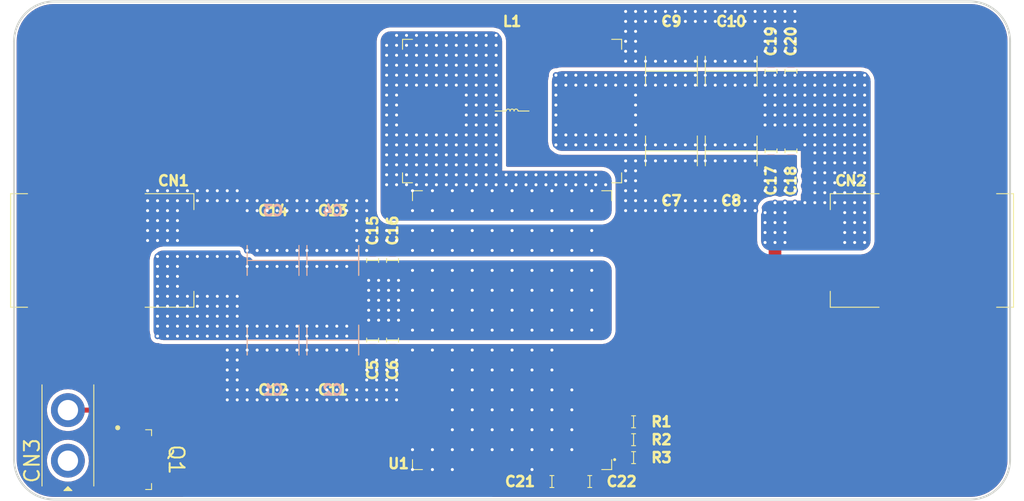
<source format=kicad_pcb>
(kicad_pcb (version 20211014) (generator pcbnew)
  (layers (0 "F.Cu" mixed "GND_SIG_TOP") (1 "In1.Cu" power "GND_L1") (2 "In2.Cu" power "PWR_L2") (3 "In3.Cu" power "PWR_L3") (4 "In4.Cu" power "GND_L2") (31 "B.Cu" mixed "GND_SIG_BOT") (34 "B.Paste" user) (35 "F.Paste" user) (36 "B.SilkS" user "B.Silkscreen") (37 "F.SilkS" user "F.Silkscreen") (38 "B.Mask" user) (39 "F.Mask" user) (44 "Edge.Cuts" user))
  (net 0 "")
  (net 1 "GND")
  (net 2 "VDD")
  (net 3 "3V3")
  (net 4 "Net-(C21-Pad2)")
  (net 6 "Net-(C22-Pad2)")
  (net 7 "/PWRGD")
  (net 8 "/ENABLE")
  (net 9 "Net-(L1-Pad1)")
  (net 10 "Net-(Q1-Pad3)")
  (net 11 "Net-(R1-Pad1)")
  (net 12 "Net-(U1-PadA3)")
  (footprint "CAP_SMD:CAP_1210_LEAST" (layer "F.Cu") (at 48 19.5 90)
    (fp_text reference "C8")
    (fp_text value "Cap_22u_25V_1210")
  )
  (footprint "CAP_SMD:CAP_0402_LEAST" (layer "F.Cu") (at 30 25 -90)
    (fp_text reference "C15")
    (fp_text value "Cap_100n_50V_0402")
  )
  (footprint "RES_SMD:RES_0402_LEAST" (layer "F.Cu") (at 43.1 34 180)
    (fp_text reference "R2")
    (fp_text value "Res_4K7_0402")
  )
  (footprint "RES_SMD:RES_0402_LEAST" (layer "F.Cu") (at 43.1 34.9 180)
    (fp_text reference "R3")
    (fp_text value "Res_4K7_0402")
  )
  (footprint "CAP_SMD:CAP_1210_LEAST" (layer "F.Cu") (at 45 19.5 90)
    (fp_text reference "C7")
    (fp_text value "Cap_22u_25V_1210")
  )
  (footprint "PACKAGE_LGA:LGA110_10X14" (layer "F.Cu") (at 37 28.5 180)
    (fp_text reference "U1")
    (fp_text value "PI3323-00-LGIZ")
  )
  (footprint "RES_SMD:RES_0402_LEAST" (layer "F.Cu") (at 43.1 33.1)
    (fp_text reference "R1")
    (fp_text value "Res_1K_0402")
  )
  (footprint "CONNECTOR_SMD:SCREW_TERMINAL_2P_RA_1702473" (layer "F.Cu") (at 16.425 24.5 -90)
    (fp_text reference "CN1")
    (fp_text value "SCREW_TERMINAL_2P_RA_1702473")
  )
  (footprint "PIN_HEADER_THT:1x2_Pos_100MIL_THT" (layer "F.Cu") (at 14.7 35.055 90)
    (fp_text reference "CN3")
    (fp_text value "1x2Pos_100MIL_THT")
  )
  (footprint "CAP_SMD:CAP_0402_LEAST" (layer "F.Cu") (at 31 29 90)
    (fp_text reference "C6")
    (fp_text value "Cap_100n_50V_0402")
  )
  (footprint "CAP_SMD:CAP_0402_LEAST" (layer "F.Cu") (at 51 19.5 90)
    (fp_text reference "C18")
    (fp_text value "Cap_100n_50V_0402")
  )
  (footprint "CAP_SMD:CAP_0402_LEAST" (layer "F.Cu") (at 50 19.5 90)
    (fp_text reference "C17")
    (fp_text value "Cap_100n_50V_0402")
  )
  (footprint "CAP_SMD:CAP_1210_LEAST" (layer "F.Cu") (at 28 29 90)
    (fp_text reference "C11")
    (fp_text value "Cap_4u7_50V_1210")
  )
  (footprint "CAP_SMD:CAP_0402_LEAST" (layer "F.Cu") (at 30 29 90)
    (fp_text reference "C5")
    (fp_text value "Cap_100n_50V_0402")
  )
  (footprint "CAP_SMD:CAP_0402_LEAST" (layer "F.Cu") (at 50 15.5 -90)
    (fp_text reference "C19")
    (fp_text value "Cap_100n_50V_0402")
  )
  (footprint "INDUCTOR_SMD:IND_11X7.2" (layer "F.Cu") (at 37 17.5 -90)
    (fp_text reference "L1")
    (fp_text value "FP1107R1-R23-R")
  )
  (footprint "CAP_SMD:CAP_1210_LEAST" (layer "F.Cu") (at 45 15.5 -90)
    (fp_text reference "C9")
    (fp_text value "Cap_22u_25V_1210")
  )
  (footprint "PACKAGE_SO:SOT23_3" (layer "F.Cu") (at 18.2 35 -90)
    (fp_text reference "Q1")
    (fp_text value "DMN3300U-7")
  )
  (footprint "CAP_SMD:CAP_1210_LEAST" (layer "F.Cu") (at 28 25 -90)
    (fp_text reference "C13")
    (fp_text value "Cap_4u7_50V_1210")
  )
  (footprint "CAP_SMD:CAP_0402_LEAST" (layer "F.Cu") (at 39 36.1)
    (fp_text reference "C21")
    (fp_text value "Cap_10n_50V_0402")
  )
  (footprint "CONNECTOR_SMD:SCREW_TERMINAL_2P_RA_1702473" (layer "F.Cu") (at 57.575 24.5 90)
    (fp_text reference "CN2")
    (fp_text value "SCREW_TERMINAL_2P_RA_1702473")
  )
  (footprint "CAP_SMD:CAP_0402_LEAST" (layer "F.Cu") (at 51 15.5 -90)
    (fp_text reference "C20")
    (fp_text value "Cap_100n_50V_0402")
  )
  (footprint "CAP_SMD:CAP_0402_LEAST" (layer "F.Cu") (at 40.9 36.1 180)
    (fp_text reference "C22")
    (fp_text value "Cap_10n_50V_0402")
  )
  (footprint "CAP_SMD:CAP_1210_LEAST" (layer "F.Cu") (at 48 15.5 -90)
    (fp_text reference "C10")
    (fp_text value "Cap_22u_25V_1210")
  )
  (footprint "CAP_SMD:CAP_1210_LEAST" (layer "F.Cu") (at 25 25 -90)
    (fp_text reference "C14")
    (fp_text value "Cap_4u7_50V_1210")
  )
  (footprint "CAP_SMD:CAP_1210_LEAST" (layer "F.Cu") (at 25 29 90)
    (fp_text reference "C12")
    (fp_text value "Cap_4u7_50V_1210")
  )
  (footprint "CAP_SMD:CAP_0402_LEAST" (layer "F.Cu") (at 31 25 -90)
    (fp_text reference "C16")
    (fp_text value "Cap_100n_50V_0402")
  )
  (footprint "CAP_SMD:CAP_1210_LEAST" (layer "B.Cu") (at 25 25 -90)
    (fp_text reference "C3")
    (fp_text value "Cap_4u7_50V_1210")
  )
  (footprint "CAP_SMD:CAP_1210_LEAST" (layer "B.Cu") (at 28 29 90)
    (fp_text reference "C2")
    (fp_text value "Cap_4u7_50V_1210")
  )
  (footprint "CAP_SMD:CAP_1210_LEAST" (layer "B.Cu") (at 25 29 90)
    (fp_text reference "C1")
    (fp_text value "Cap_4u7_50V_1210")
  )
  (footprint "CAP_SMD:CAP_1210_LEAST" (layer "B.Cu") (at 28 25 -90)
    (fp_text reference "C4")
    (fp_text value "Cap_4u7_50V_1210")
  )
  (gr_arc (start 62 35) (mid 61.414214 36.414214) (end 60 37) (layer "Edge.Cuts") (width 0.1))
  (gr_arc (start 12 14) (mid 12.585786 12.585786) (end 14 12) (layer "Edge.Cuts") (width 0.1))
  (gr_line (start 14 12) (end 59.999999 12) (layer "Edge.Cuts") (width 0.1))
  (gr_line (start 61.999999 14) (end 62 35) (layer "Edge.Cuts") (width 0.1))
  (gr_arc (start 59.999999 12) (mid 61.414213 12.585786) (end 61.999999 14) (layer "Edge.Cuts") (width 0.1))
  (gr_arc (start 14 37) (mid 12.585786 36.414214) (end 12 35) (layer "Edge.Cuts") (width 0.1))
  (gr_line (start 60 37) (end 14 37) (layer "Edge.Cuts") (width 0.1))
  (gr_line (start 12 35) (end 12 14) (layer "Edge.Cuts") (width 0.1))
  (via (at 48.7 22.5) (size 0.3048) (drill 0.1524) (layers "F.Cu" "B.Cu") (net 1))
  (via (at 38 30.5) (size 0.3048) (drill 0.1524) (layers "F.Cu" "B.Cu") (net 1))
  (via (at 45.7 22) (size 0.3048) (drill 0.1524) (layers "F.Cu" "B.Cu") (net 1))
  (via (at 47.7 22) (size 0.3048) (drill 0.1524) (layers "F.Cu" "B.Cu") (net 1))
  (via (at 19.2 23) (size 0.3048) (drill 0.1524) (layers "F.Cu" "B.Cu") (net 1))
  (via (at 35 24.5) (size 0.3048) (drill 0.1524) (layers "F.Cu" "B.Cu") (net 1))
  (via (at 22.2 22) (size 0.3048) (drill 0.1524) (layers "F.Cu" "B.Cu") (net 1))
  (via (at 24.2 22.5) (size 0.3048) (drill 0.1524) (layers "F.Cu" "B.Cu") (net 1))
  (via (at 30.7 31.5) (size 0.3048) (drill 0.1524) (layers "F.Cu" "B.Cu") (net 1))
  (via (at 24.7 22) (size 0.3048) (drill 0.1524) (layers "F.Cu" "B.Cu") (net 1))
  (via (at 42.7 21) (size 0.3048) (drill 0.1524) (layers "F.Cu" "B.Cu") (net 1))
  (via (at 49.7 21.5) (size 0.3048) (drill 0.1524) (layers "F.Cu" "B.Cu") (net 1))
  (via (at 37 31.5) (size 0.3048) (drill 0.1524) (layers "F.Cu" "B.Cu") (net 1))
  (via (at 34 29.5) (size 0.3048) (drill 0.1524) (layers "F.Cu" "B.Cu") (net 1))
  (via (at 29.7 32) (size 0.3048) (drill 0.1524) (layers "F.Cu" "B.Cu") (net 1))
  (via (at 49.7 20.5) (size 0.3048) (drill 0.1524) (layers "F.Cu" "B.Cu") (net 1))
  (via (at 42.7 22) (size 0.3048) (drill 0.1524) (layers "F.Cu" "B.Cu") (net 1))
  (via (at 50.2 13.5) (size 0.3048) (drill 0.1524) (layers "F.Cu" "B.Cu") (net 1))
  (via (at 50.7 13) (size 0.3048) (drill 0.1524) (layers "F.Cu" "B.Cu") (net 1))
  (via (at 43.7 22.5) (size 0.3048) (drill 0.1524) (layers "F.Cu" "B.Cu") (net 1))
  (via (at 37 24.5) (size 0.3048) (drill 0.1524) (layers "F.Cu" "B.Cu") (net 1))
  (via (at 47.7 15) (size 0.3048) (drill 0.1524) (layers "F.Cu" "B.Cu") (net 1))
  (via (at 47.2 12.5) (size 0.3048) (drill 0.1524) (layers "F.Cu" "B.Cu") (net 1))
  (via (at 45.2 22.5) (size 0.3048) (drill 0.1524) (layers "F.Cu" "B.Cu") (net 1))
  (via (at 44.2 22.5) (size 0.3048) (drill 0.1524) (layers "F.Cu" "B.Cu") (net 1))
  (via (at 24.7 24.5) (size 0.3048) (drill 0.1524) (layers "F.Cu" "B.Cu") (net 1))
  (via (at 26.2 24.5) (size 0.3048) (drill 0.1524) (layers "F.Cu" "B.Cu") (net 1))
  (via (at 19.7 24) (size 0.3048) (drill 0.1524) (layers "F.Cu" "B.Cu") (net 1))
  (via (at 49.7 21) (size 0.3048) (drill 0.1524) (layers "F.Cu" "B.Cu") (net 1))
  (via (at 46.2 12.5) (size 0.3048) (drill 0.1524) (layers "F.Cu" "B.Cu") (net 1))
  (via (at 50.2 14) (size 0.3048) (drill 0.1524) (layers "F.Cu" "B.Cu") (net 1))
  (via (at 23.2 31.5) (size 0.3048) (drill 0.1524) (layers "F.Cu" "B.Cu") (net 1))
  (via (at 42.7 20.5) (size 0.3048) (drill 0.1524) (layers "F.Cu" "B.Cu") (net 1))
  (via (at 18.7 22.5) (size 0.3048) (drill 0.1524) (layers "F.Cu" "B.Cu") (net 1))
  (via (at 50.7 21) (size 0.3048) (drill 0.1524) (layers "F.Cu" "B.Cu") (net 1))
  (via (at 46.2 15) (size 0.3048) (drill 0.1524) (layers "F.Cu" "B.Cu") (net 1))
  (via (at 28.2 29.5) (size 0.3048) (drill 0.1524) (layers "F.Cu" "B.Cu") (net 1))
  (via (at 39 23.5) (size 0.3048) (drill 0.1524) (layers "F.Cu" "B.Cu") (net 1))
  (via (at 23.2 32) (size 0.3048) (drill 0.1524) (layers "F.Cu" "B.Cu") (net 1))
  (via (at 51.2 14.5) (size 0.3048) (drill 0.1524) (layers "F.Cu" "B.Cu") (net 1))
  (via (at 49.2 22) (size 0.3048) (drill 0.1524) (layers "F.Cu" "B.Cu") (net 1))
  (via (at 33 34.5) (size 0.3048) (drill 0.1524) (layers "F.Cu" "B.Cu") (net 1))
  (via (at 36 32.5) (size 0.3048) (drill 0.1524) (layers "F.Cu" "B.Cu") (net 1))
  (via (at 44.7 13) (size 0.3048) (drill 0.1524) (layers "F.Cu" "B.Cu") (net 1))
  (via (at 26.2 31.5) (size 0.3048) (drill 0.1524) (layers "F.Cu" "B.Cu") (net 1))
  (via (at 48.2 22.5) (size 0.3048) (drill 0.1524) (layers "F.Cu" "B.Cu") (net 1))
  (via (at 46.2 22) (size 0.3048) (drill 0.1524) (layers "F.Cu" "B.Cu") (net 1))
  (via (at 35 29.5) (size 0.3048) (drill 0.1524) (layers "F.Cu" "B.Cu") (net 1))
  (via (at 51.2 12.5) (size 0.3048) (drill 0.1524) (layers "F.Cu" "B.Cu") (net 1))
  (via (at 30.2 31) (size 0.3048) (drill 0.1524) (layers "F.Cu" "B.Cu") (net 1))
  (via (at 21.7 21.5) (size 0.3048) (drill 0.1524) (layers "F.Cu" "B.Cu") (net 1))
  (via (at 47.7 13) (size 0.3048) (drill 0.1524) (layers "F.Cu" "B.Cu") (net 1))
  (via (at 37 30.5) (size 0.3048) (drill 0.1524) (layers "F.Cu" "B.Cu") (net 1))
  (via (at 20.2 23.5) (size 0.3048) (drill 0.1524) (layers "F.Cu" "B.Cu") (net 1))
  (via (at 25.7 22.5) (size 0.3048) (drill 0.1524) (layers "F.Cu" "B.Cu") (net 1))
  (via (at 43.2 14.5) (size 0.3048) (drill 0.1524) (layers "F.Cu" "B.Cu") (net 1))
  (via (at 29.7 24) (size 0.3048) (drill 0.1524) (layers "F.Cu" "B.Cu") (net 1))
  (via (at 28.2 31.5) (size 0.3048) (drill 0.1524) (layers "F.Cu" "B.Cu") (net 1))
  (via (at 42.7 14) (size 0.3048) (drill 0.1524) (layers "F.Cu" "B.Cu") (net 1))
  (via (at 27.2 24.5) (size 0.3048) (drill 0.1524) (layers "F.Cu" "B.Cu") (net 1))
  (via (at 25.2 24.5) (size 0.3048) (drill 0.1524) (layers "F.Cu" "B.Cu") (net 1))
  (via (at 49.7 14) (size 0.3048) (drill 0.1524) (layers "F.Cu" "B.Cu") (net 1))
  (via (at 39 30.5) (size 0.3048) (drill 0.1524) (layers "F.Cu" "B.Cu") (net 1))
  (via (at 49.2 13) (size 0.3048) (drill 0.1524) (layers "F.Cu" "B.Cu") (net 1))
  (via (at 43.2 20) (size 0.3048) (drill 0.1524) (layers "F.Cu" "B.Cu") (net 1))
  (via (at 21.7 22) (size 0.3048) (drill 0.1524) (layers "F.Cu" "B.Cu") (net 1))
  (via (at 43.2 22.5) (size 0.3048) (drill 0.1524) (layers "F.Cu" "B.Cu") (net 1))
  (via (at 20.2 21.5) (size 0.3048) (drill 0.1524) (layers "F.Cu" "B.Cu") (net 1))
  (via (at 34 24.5) (size 0.3048) (drill 0.1524) (layers "F.Cu" "B.Cu") (net 1))
  (via (at 45.7 13) (size 0.3048) (drill 0.1524) (layers "F.Cu" "B.Cu") (net 1))
  (via (at 48.7 15) (size 0.3048) (drill 0.1524) (layers "F.Cu" "B.Cu") (net 1))
  (via (at 43.2 14) (size 0.3048) (drill 0.1524) (layers "F.Cu" "B.Cu") (net 1))
  (via (at 33 24.5) (size 0.3048) (drill 0.1524) (layers "F.Cu" "B.Cu") (net 1))
  (via (at 34 33.5) (size 0.3048) (drill 0.1524) (layers "F.Cu" "B.Cu") (net 1))
  (via (at 22.7 31) (size 0.3048) (drill 0.1524) (layers "F.Cu" "B.Cu") (net 1))
  (via (at 50.7 21.5) (size 0.3048) (drill 0.1524) (layers "F.Cu" "B.Cu") (net 1))
  (via (at 36 23.5) (size 0.3048) (drill 0.1524) (layers "F.Cu" "B.Cu") (net 1))
  (via (at 31.2 32) (size 0.3048) (drill 0.1524) (layers "F.Cu" "B.Cu") (net 1))
  (via (at 43.2 20.5) (size 0.3048) (drill 0.1524) (layers "F.Cu" "B.Cu") (net 1))
  (via (at 51.2 20.5) (size 0.3048) (drill 0.1524) (layers "F.Cu" "B.Cu") (net 1))
  (via (at 27.7 31.5) (size 0.3048) (drill 0.1524) (layers "F.Cu" "B.Cu") (net 1))
  (via (at 27.7 22.5) (size 0.3048) (drill 0.1524) (layers "F.Cu" "B.Cu") (net 1))
  (via (at 50.7 14) (size 0.3048) (drill 0.1524) (layers "F.Cu" "B.Cu") (net 1))
  (via (at 29.7 22.5) (size 0.3048) (drill 0.1524) (layers "F.Cu" "B.Cu") (net 1))
  (via (at 26.2 32) (size 0.3048) (drill 0.1524) (layers "F.Cu" "B.Cu") (net 1))
  (via (at 46.2 13) (size 0.3048) (drill 0.1524) (layers "F.Cu" "B.Cu") (net 1))
  (via (at 37 29.5) (size 0.3048) (drill 0.1524) (layers "F.Cu" "B.Cu") (net 1))
  (via (at 18.7 23) (size 0.3048) (drill 0.1524) (layers "F.Cu" "B.Cu") (net 1))
  (via (at 30.2 32) (size 0.3048) (drill 0.1524) (layers "F.Cu" "B.Cu") (net 1))
  (via (at 38 34.5) (size 0.3048) (drill 0.1524) (layers "F.Cu" "B.Cu") (net 1))
  (via (at 45.2 15) (size 0.3048) (drill 0.1524) (layers "F.Cu" "B.Cu") (net 1))
  (via (at 22.7 31.5) (size 0.3048) (drill 0.1524) (layers "F.Cu" "B.Cu") (net 1))
  (via (at 18.7 23.5) (size 0.3048) (drill 0.1524) (layers "F.Cu" "B.Cu") (net 1))
  (via (at 28.2 22) (size 0.3048) (drill 0.1524) (layers "F.Cu" "B.Cu") (net 1))
  (via (at 46.7 22) (size 0.3048) (drill 0.1524) (layers "F.Cu" "B.Cu") (net 1))
  (via (at 38 33.5) (size 0.3048) (drill 0.1524) (layers "F.Cu" "B.Cu") (net 1))
  (via (at 27.7 32) (size 0.3048) (drill 0.1524) (layers "F.Cu" "B.Cu") (net 1))
  (via (at 19.2 22.5) (size 0.3048) (drill 0.1524) (layers "F.Cu" "B.Cu") (net 1))
  (via (at 29.7 23) (size 0.3048) (drill 0.1524) (layers "F.Cu" "B.Cu") (net 1))
  (via (at 39 34.5) (size 0.3048) (drill 0.1524) (layers "F.Cu" "B.Cu") (net 1))
  (via (at 22.7 22) (size 0.3048) (drill 0.1524) (layers "F.Cu" "B.Cu") (net 1))
  (via (at 44.7 20) (size 0.3048) (drill 0.1524) (layers "F.Cu" "B.Cu") (net 1))
  (via (at 36 29.5) (size 0.3048) (drill 0.1524) (layers "F.Cu" "B.Cu") (net 1))
  (via (at 48.2 12.5) (size 0.3048) (drill 0.1524) (layers "F.Cu" "B.Cu") (net 1))
  (via (at 36 34.5) (size 0.3048) (drill 0.1524) (layers "F.Cu" "B.Cu") (net 1))
  (via (at 30.2 31.5) (size 0.3048) (drill 0.1524) (layers "F.Cu" "B.Cu") (net 1))
  (via (at 44.7 12.5) (size 0.3048) (drill 0.1524) (layers "F.Cu" "B.Cu") (net 1))
  (via (at 42.7 22.5) (size 0.3048) (drill 0.1524) (layers "F.Cu" "B.Cu") (net 1))
  (via (at 18.7 24) (size 0.3048) (drill 0.1524) (layers "F.Cu" "B.Cu") (net 1))
  (via (at 35 32.5) (size 0.3048) (drill 0.1524) (layers "F.Cu" "B.Cu") (net 1))
  (via (at 19.2 21.5) (size 0.3048) (drill 0.1524) (layers "F.Cu" "B.Cu") (net 1))
  (via (at 23.7 32) (size 0.3048) (drill 0.1524) (layers "F.Cu" "B.Cu") (net 1))
  (via (at 48.7 12.5) (size 0.3048) (drill 0.1524) (layers "F.Cu" "B.Cu") (net 1))
  (via (at 35 30.5) (size 0.3048) (drill 0.1524) (layers "F.Cu" "B.Cu") (net 1))
  (via (at 39 31.5) (size 0.3048) (drill 0.1524) (layers "F.Cu" "B.Cu") (net 1))
  (via (at 48.7 20) (size 0.3048) (drill 0.1524) (layers "F.Cu" "B.Cu") (net 1))
  (via (at 25.2 29.5) (size 0.3048) (drill 0.1524) (layers "F.Cu" "B.Cu") (net 1))
  (via (at 39 32.5) (size 0.3048) (drill 0.1524) (layers "F.Cu" "B.Cu") (net 1))
  (via (at 27.7 29.5) (size 0.3048) (drill 0.1524) (layers "F.Cu" "B.Cu") (net 1))
  (via (at 36 33.5) (size 0.3048) (drill 0.1524) (layers "F.Cu" "B.Cu") (net 1))
  (via (at 26.7 32) (size 0.3048) (drill 0.1524) (layers "F.Cu" "B.Cu") (net 1))
  (via (at 45.7 12.5) (size 0.3048) (drill 0.1524) (layers "F.Cu" "B.Cu") (net 1))
  (via (at 47.2 20) (size 0.3048) (drill 0.1524) (layers "F.Cu" "B.Cu") (net 1))
  (via (at 31.2 31) (size 0.3048) (drill 0.1524) (layers "F.Cu" "B.Cu") (net 1))
  (via (at 34 23.5) (size 0.3048) (drill 0.1524) (layers "F.Cu" "B.Cu") (net 1))
  (via (at 33 35.5) (size 0.3048) (drill 0.1524) (layers "F.Cu" "B.Cu") (net 1))
  (via (at 28.7 22.5) (size 0.3048) (drill 0.1524) (layers "F.Cu" "B.Cu") (net 1))
  (via (at 29.7 31.5) (size 0.3048) (drill 0.1524) (layers "F.Cu" "B.Cu") (net 1))
  (via (at 34 35.5) (size 0.3048) (drill 0.1524) (layers "F.Cu" "B.Cu") (net 1))
  (via (at 42.7 14.5) (size 0.3048) (drill 0.1524) (layers "F.Cu" "B.Cu") (net 1))
  (via (at 25.2 32) (size 0.3048) (drill 0.1524) (layers "F.Cu" "B.Cu") (net 1))
  (via (at 23.2 21.5) (size 0.3048) (drill 0.1524) (layers "F.Cu" "B.Cu") (net 1))
  (via (at 39 33.5) (size 0.3048) (drill 0.1524) (layers "F.Cu" "B.Cu") (net 1))
  (via (at 20.2 24) (size 0.3048) (drill 0.1524) (layers "F.Cu" "B.Cu") (net 1))
  (via (at 44.7 22) (size 0.3048) (drill 0.1524) (layers "F.Cu" "B.Cu") (net 1))
  (via (at 23.2 29.5) (size 0.3048) (drill 0.1524) (layers "F.Cu" "B.Cu") (net 1))
  (via (at 32 29.5) (size 0.3048) (drill 0.1524) (layers "F.Cu" "B.Cu") (net 1))
  (via (at 47.2 22) (size 0.3048) (drill 0.1524) (layers "F.Cu" "B.Cu") (net 1))
  (via (at 26.7 29.5) (size 0.3048) (drill 0.1524) (layers "F.Cu" "B.Cu") (net 1))
  (via (at 19.2 24) (size 0.3048) (drill 0.1524) (layers "F.Cu" "B.Cu") (net 1))
  (via (at 43.7 22) (size 0.3048) (drill 0.1524) (layers "F.Cu" "B.Cu") (net 1))
  (via (at 43.2 21) (size 0.3048) (drill 0.1524) (layers "F.Cu" "B.Cu") (net 1))
  (via (at 22.7 30.5) (size 0.3048) (drill 0.1524) (layers "F.Cu" "B.Cu") (net 1))
  (via (at 20.2 22) (size 0.3048) (drill 0.1524) (layers "F.Cu" "B.Cu") (net 1))
  (via (at 48.7 22) (size 0.3048) (drill 0.1524) (layers "F.Cu" "B.Cu") (net 1))
  (via (at 21.2 22) (size 0.3048) (drill 0.1524) (layers "F.Cu" "B.Cu") (net 1))
  (via (at 48.7 13) (size 0.3048) (drill 0.1524) (layers "F.Cu" "B.Cu") (net 1))
  (via (at 26.2 29.5) (size 0.3048) (drill 0.1524) (layers "F.Cu" "B.Cu") (net 1))
  (via (at 32 24.5) (size 0.3048) (drill 0.1524) (layers "F.Cu" "B.Cu") (net 1))
  (via (at 50.2 12.5) (size 0.3048) (drill 0.1524) (layers "F.Cu" "B.Cu") (net 1))
  (via (at 50.7 20.5) (size 0.3048) (drill 0.1524) (layers "F.Cu" "B.Cu") (net 1))
  (via (at 29.7 31) (size 0.3048) (drill 0.1524) (layers "F.Cu" "B.Cu") (net 1))
  (via (at 25.7 31.5) (size 0.3048) (drill 0.1524) (layers "F.Cu" "B.Cu") (net 1))
  (via (at 24.2 32) (size 0.3048) (drill 0.1524) (layers "F.Cu" "B.Cu") (net 1))
  (via (at 30.2 24) (size 0.3048) (drill 0.1524) (layers "F.Cu" "B.Cu") (net 1))
  (via (at 43.7 20) (size 0.3048) (drill 0.1524) (layers "F.Cu" "B.Cu") (net 1))
  (via (at 20.2 22.5) (size 0.3048) (drill 0.1524) (layers "F.Cu" "B.Cu") (net 1))
  (via (at 30.7 30.5) (size 0.3048) (drill 0.1524) (layers "F.Cu" "B.Cu") (net 1))
  (via (at 45.7 20) (size 0.3048) (drill 0.1524) (layers "F.Cu" "B.Cu") (net 1))
  (via (at 19.7 23) (size 0.3048) (drill 0.1524) (layers "F.Cu" "B.Cu") (net 1))
  (via (at 42.7 15) (size 0.3048) (drill 0.1524) (layers "F.Cu" "B.Cu") (net 1))
  (via (at 22.7 30) (size 0.3048) (drill 0.1524) (layers "F.Cu" "B.Cu") (net 1))
  (via (at 23.7 29.5) (size 0.3048) (drill 0.1524) (layers "F.Cu" "B.Cu") (net 1))
  (via (at 41 24.5) (size 0.3048) (drill 0.1524) (layers "F.Cu" "B.Cu") (net 1))
  (via (at 30.2 23.5) (size 0.3048) (drill 0.1524) (layers "F.Cu" "B.Cu") (net 1))
  (via (at 43.7 15) (size 0.3048) (drill 0.1524) (layers "F.Cu" "B.Cu") (net 1))
  (via (at 49.2 12.5) (size 0.3048) (drill 0.1524) (layers "F.Cu" "B.Cu") (net 1))
  (via (at 29.2 23) (size 0.3048) (drill 0.1524) (layers "F.Cu" "B.Cu") (net 1))
  (via (at 29.7 30) (size 0.3048) (drill 0.1524) (layers "F.Cu" "B.Cu") (net 1))
  (via (at 46.2 20) (size 0.3048) (drill 0.1524) (layers "F.Cu" "B.Cu") (net 1))
  (via (at 30.2 30) (size 0.3048) (drill 0.1524) (layers "F.Cu" "B.Cu") (net 1))
  (via (at 25.7 22) (size 0.3048) (drill 0.1524) (layers "F.Cu" "B.Cu") (net 1))
  (via (at 46.7 15) (size 0.3048) (drill 0.1524) (layers "F.Cu" "B.Cu") (net 1))
  (via (at 47.2 13) (size 0.3048) (drill 0.1524) (layers "F.Cu" "B.Cu") (net 1))
  (via (at 47.2 22.5) (size 0.3048) (drill 0.1524) (layers "F.Cu" "B.Cu") (net 1))
  (via (at 51.2 13.5) (size 0.3048) (drill 0.1524) (layers "F.Cu" "B.Cu") (net 1))
  (via (at 20.7 21.5) (size 0.3048) (drill 0.1524) (layers "F.Cu" "B.Cu") (net 1))
  (via (at 47.7 22.5) (size 0.3048) (drill 0.1524) (layers "F.Cu" "B.Cu") (net 1))
  (via (at 23.7 24.5) (size 0.3048) (drill 0.1524) (layers "F.Cu" "B.Cu") (net 1))
  (via (at 27.7 24.5) (size 0.3048) (drill 0.1524) (layers "F.Cu" "B.Cu") (net 1))
  (via (at 44.7 22.5) (size 0.3048) (drill 0.1524) (layers "F.Cu" "B.Cu") (net 1))
  (via (at 28.7 32) (size 0.3048) (drill 0.1524) (layers "F.Cu" "B.Cu") (net 1))
  (via (at 25.7 32) (size 0.3048) (drill 0.1524) (layers "F.Cu" "B.Cu") (net 1))
  (via (at 24.2 31.5) (size 0.3048) (drill 0.1524) (layers "F.Cu" "B.Cu") (net 1))
  (via (at 49.2 15) (size 0.3048) (drill 0.1524) (layers "F.Cu" "B.Cu") (net 1))
  (via (at 23.2 22) (size 0.3048) (drill 0.1524) (layers "F.Cu" "B.Cu") (net 1))
  (via (at 31.2 30.5) (size 0.3048) (drill 0.1524) (layers "F.Cu" "B.Cu") (net 1))
  (via (at 44.2 12.5) (size 0.3048) (drill 0.1524) (layers "F.Cu" "B.Cu") (net 1))
  (via (at 48.2 20) (size 0.3048) (drill 0.1524) (layers "F.Cu" "B.Cu") (net 1))
  (via (at 28.2 24.5) (size 0.3048) (drill 0.1524) (layers "F.Cu" "B.Cu") (net 1))
  (via (at 50.7 13.5) (size 0.3048) (drill 0.1524) (layers "F.Cu" "B.Cu") (net 1))
  (via (at 50.2 21.5) (size 0.3048) (drill 0.1524) (layers "F.Cu" "B.Cu") (net 1))
  (via (at 43.2 22) (size 0.3048) (drill 0.1524) (layers "F.Cu" "B.Cu") (net 1))
  (via (at 22.7 21.5) (size 0.3048) (drill 0.1524) (layers "F.Cu" "B.Cu") (net 1))
  (via (at 40 33.5) (size 0.3048) (drill 0.1524) (layers "F.Cu" "B.Cu") (net 1))
  (via (at 30.7 30) (size 0.3048) (drill 0.1524) (layers "F.Cu" "B.Cu") (net 1))
  (via (at 38 24.5) (size 0.3048) (drill 0.1524) (layers "F.Cu" "B.Cu") (net 1))
  (via (at 26.7 24.5) (size 0.3048) (drill 0.1524) (layers "F.Cu" "B.Cu") (net 1))
  (via (at 28.7 24.5) (size 0.3048) (drill 0.1524) (layers "F.Cu" "B.Cu") (net 1))
  (via (at 34 30.5) (size 0.3048) (drill 0.1524) (layers "F.Cu" "B.Cu") (net 1))
  (via (at 45.7 22.5) (size 0.3048) (drill 0.1524) (layers "F.Cu" "B.Cu") (net 1))
  (via (at 28.7 31.5) (size 0.3048) (drill 0.1524) (layers "F.Cu" "B.Cu") (net 1))
  (via (at 37 23.5) (size 0.3048) (drill 0.1524) (layers "F.Cu" "B.Cu") (net 1))
  (via (at 44.2 13) (size 0.3048) (drill 0.1524) (layers "F.Cu" "B.Cu") (net 1))
  (via (at 42.7 21.5) (size 0.3048) (drill 0.1524) (layers "F.Cu" "B.Cu") (net 1))
  (via (at 32 34.5) (size 0.3048) (drill 0.1524) (layers "F.Cu" "B.Cu") (net 1))
  (via (at 36 30.5) (size 0.3048) (drill 0.1524) (layers "F.Cu" "B.Cu") (net 1))
  (via (at 48.2 15) (size 0.3048) (drill 0.1524) (layers "F.Cu" "B.Cu") (net 1))
  (via (at 26.2 22.5) (size 0.3048) (drill 0.1524) (layers "F.Cu" "B.Cu") (net 1))
  (via (at 43.2 13.5) (size 0.3048) (drill 0.1524) (layers "F.Cu" "B.Cu") (net 1))
  (via (at 42.7 13) (size 0.3048) (drill 0.1524) (layers "F.Cu" "B.Cu") (net 1))
  (via (at 30.7 32) (size 0.3048) (drill 0.1524) (layers "F.Cu" "B.Cu") (net 1))
  (via (at 27.2 32) (size 0.3048) (drill 0.1524) (layers "F.Cu" "B.Cu") (net 1))
  (via (at 45.7 15) (size 0.3048) (drill 0.1524) (layers "F.Cu" "B.Cu") (net 1))
  (via (at 30.7 24) (size 0.3048) (drill 0.1524) (layers "F.Cu" "B.Cu") (net 1))
  (via (at 29.2 23.5) (size 0.3048) (drill 0.1524) (layers "F.Cu" "B.Cu") (net 1))
  (via (at 46.7 13) (size 0.3048) (drill 0.1524) (layers "F.Cu" "B.Cu") (net 1))
  (via (at 27.2 29.5) (size 0.3048) (drill 0.1524) (layers "F.Cu" "B.Cu") (net 1))
  (via (at 23.2 31) (size 0.3048) (drill 0.1524) (layers "F.Cu" "B.Cu") (net 1))
  (via (at 24.2 22) (size 0.3048) (drill 0.1524) (layers "F.Cu" "B.Cu") (net 1))
  (via (at 33 29.5) (size 0.3048) (drill 0.1524) (layers "F.Cu" "B.Cu") (net 1))
  (via (at 22.2 21.5) (size 0.3048) (drill 0.1524) (layers "F.Cu" "B.Cu") (net 1))
  (via (at 40 24.5) (size 0.3048) (drill 0.1524) (layers "F.Cu" "B.Cu") (net 1))
  (via (at 44.2 15) (size 0.3048) (drill 0.1524) (layers "F.Cu" "B.Cu") (net 1))
  (via (at 40 23.5) (size 0.3048) (drill 0.1524) (layers "F.Cu" "B.Cu") (net 1))
  (via (at 40 32.5) (size 0.3048) (drill 0.1524) (layers "F.Cu" "B.Cu") (net 1))
  (via (at 29.7 23.5) (size 0.3048) (drill 0.1524) (layers "F.Cu" "B.Cu") (net 1))
  (via (at 47.7 12.5) (size 0.3048) (drill 0.1524) (layers "F.Cu" "B.Cu") (net 1))
  (via (at 45.2 13) (size 0.3048) (drill 0.1524) (layers "F.Cu" "B.Cu") (net 1))
  (via (at 24.2 29.5) (size 0.3048) (drill 0.1524) (layers "F.Cu" "B.Cu") (net 1))
  (via (at 28.7 22) (size 0.3048) (drill 0.1524) (layers "F.Cu" "B.Cu") (net 1))
  (via (at 26.2 22) (size 0.3048) (drill 0.1524) (layers "F.Cu" "B.Cu") (net 1))
  (via (at 27.7 22) (size 0.3048) (drill 0.1524) (layers "F.Cu" "B.Cu") (net 1))
  (via (at 42.7 20) (size 0.3048) (drill 0.1524) (layers "F.Cu" "B.Cu") (net 1))
  (via (at 50.7 14.5) (size 0.3048) (drill 0.1524) (layers "F.Cu" "B.Cu") (net 1))
  (via (at 49.7 13) (size 0.3048) (drill 0.1524) (layers "F.Cu" "B.Cu") (net 1))
  (via (at 23.7 31.5) (size 0.3048) (drill 0.1524) (layers "F.Cu" "B.Cu") (net 1))
  (via (at 40 34.5) (size 0.3048) (drill 0.1524) (layers "F.Cu" "B.Cu") (net 1))
  (via (at 19.7 23.5) (size 0.3048) (drill 0.1524) (layers "F.Cu" "B.Cu") (net 1))
  (via (at 49.2 20) (size 0.3048) (drill 0.1524) (layers "F.Cu" "B.Cu") (net 1))
  (via (at 38 35.5) (size 0.3048) (drill 0.1524) (layers "F.Cu" "B.Cu") (net 1))
  (via (at 25.7 24.5) (size 0.3048) (drill 0.1524) (layers "F.Cu" "B.Cu") (net 1))
  (via (at 38 32.5) (size 0.3048) (drill 0.1524) (layers "F.Cu" "B.Cu") (net 1))
  (via (at 45.2 12.5) (size 0.3048) (drill 0.1524) (layers "F.Cu" "B.Cu") (net 1))
  (via (at 43.2 12.5) (size 0.3048) (drill 0.1524) (layers "F.Cu" "B.Cu") (net 1))
  (via (at 29.2 24.5) (size 0.3048) (drill 0.1524) (layers "F.Cu" "B.Cu") (net 1))
  (via (at 28.2 22.5) (size 0.3048) (drill 0.1524) (layers "F.Cu" "B.Cu") (net 1))
  (via (at 49.2 22.5) (size 0.3048) (drill 0.1524) (layers "F.Cu" "B.Cu") (net 1))
  (via (at 46.7 12.5) (size 0.3048) (drill 0.1524) (layers "F.Cu" "B.Cu") (net 1))
  (via (at 25.2 22.5) (size 0.3048) (drill 0.1524) (layers "F.Cu" "B.Cu") (net 1))
  (via (at 27.2 31.5) (size 0.3048) (drill 0.1524) (layers "F.Cu" "B.Cu") (net 1))
  (via (at 20.2 23) (size 0.3048) (drill 0.1524) (layers "F.Cu" "B.Cu") (net 1))
  (via (at 28.2 32) (size 0.3048) (drill 0.1524) (layers "F.Cu" "B.Cu") (net 1))
  (via (at 34 32.5) (size 0.3048) (drill 0.1524) (layers "F.Cu" "B.Cu") (net 1))
  (via (at 20.7 22) (size 0.3048) (drill 0.1524) (layers "F.Cu" "B.Cu") (net 1))
  (via (at 28.7 29.5) (size 0.3048) (drill 0.1524) (layers "F.Cu" "B.Cu") (net 1))
  (via (at 47.2 15) (size 0.3048) (drill 0.1524) (layers "F.Cu" "B.Cu") (net 1))
  (via (at 32 35.5) (size 0.3048) (drill 0.1524) (layers "F.Cu" "B.Cu") (net 1))
  (via (at 43.2 15) (size 0.3048) (drill 0.1524) (layers "F.Cu" "B.Cu") (net 1))
  (via (at 19.7 21.5) (size 0.3048) (drill 0.1524) (layers "F.Cu" "B.Cu") (net 1))
  (via (at 35 34.5) (size 0.3048) (drill 0.1524) (layers "F.Cu" "B.Cu") (net 1))
  (via (at 46.2 22.5) (size 0.3048) (drill 0.1524) (layers "F.Cu" "B.Cu") (net 1))
  (via (at 40 31.5) (size 0.3048) (drill 0.1524) (layers "F.Cu" "B.Cu") (net 1))
  (via (at 43.2 13) (size 0.3048) (drill 0.1524) (layers "F.Cu" "B.Cu") (net 1))
  (via (at 47.7 20) (size 0.3048) (drill 0.1524) (layers "F.Cu" "B.Cu") (net 1))
  (via (at 29.7 30.5) (size 0.3048) (drill 0.1524) (layers "F.Cu" "B.Cu") (net 1))
  (via (at 18.7 21.5) (size 0.3048) (drill 0.1524) (layers "F.Cu" "B.Cu") (net 1))
  (via (at 36 24.5) (size 0.3048) (drill 0.1524) (layers "F.Cu" "B.Cu") (net 1))
  (via (at 42.7 12.5) (size 0.3048) (drill 0.1524) (layers "F.Cu" "B.Cu") (net 1))
  (via (at 37 32.5) (size 0.3048) (drill 0.1524) (layers "F.Cu" "B.Cu") (net 1))
  (via (at 30.7 31) (size 0.3048) (drill 0.1524) (layers "F.Cu" "B.Cu") (net 1))
  (via (at 29.2 32) (size 0.3048) (drill 0.1524) (layers "F.Cu" "B.Cu") (net 1))
  (via (at 50.2 13) (size 0.3048) (drill 0.1524) (layers "F.Cu" "B.Cu") (net 1))
  (via (at 25.2 31.5) (size 0.3048) (drill 0.1524) (layers "F.Cu" "B.Cu") (net 1))
  (via (at 44.2 22) (size 0.3048) (drill 0.1524) (layers "F.Cu" "B.Cu") (net 1))
  (via (at 49.7 14.5) (size 0.3048) (drill 0.1524) (layers "F.Cu" "B.Cu") (net 1))
  (via (at 23.7 22) (size 0.3048) (drill 0.1524) (layers "F.Cu" "B.Cu") (net 1))
  (via (at 32 23.5) (size 0.3048) (drill 0.1524) (layers "F.Cu" "B.Cu") (net 1))
  (via (at 29.2 22.5) (size 0.3048) (drill 0.1524) (layers "F.Cu" "B.Cu") (net 1))
  (via (at 51.2 13) (size 0.3048) (drill 0.1524) (layers "F.Cu" "B.Cu") (net 1))
  (via (at 41 23.5) (size 0.3048) (drill 0.1524) (layers "F.Cu" "B.Cu") (net 1))
  (via (at 29.7 24.5) (size 0.3048) (drill 0.1524) (layers "F.Cu" "B.Cu") (net 1))
  (via (at 23.7 22.5) (size 0.3048) (drill 0.1524) (layers "F.Cu" "B.Cu") (net 1))
  (via (at 49.7 13.5) (size 0.3048) (drill 0.1524) (layers "F.Cu" "B.Cu") (net 1))
  (via (at 31.2 23.5) (size 0.3048) (drill 0.1524) (layers "F.Cu" "B.Cu") (net 1))
  (via (at 38 31.5) (size 0.3048) (drill 0.1524) (layers "F.Cu" "B.Cu") (net 1))
  (via (at 48.2 13) (size 0.3048) (drill 0.1524) (layers "F.Cu" "B.Cu") (net 1))
  (via (at 34 34.5) (size 0.3048) (drill 0.1524) (layers "F.Cu" "B.Cu") (net 1))
  (via (at 42.7 13.5) (size 0.3048) (drill 0.1524) (layers "F.Cu" "B.Cu") (net 1))
  (via (at 30.7 23.5) (size 0.3048) (drill 0.1524) (layers "F.Cu" "B.Cu") (net 1))
  (via (at 39 29.5) (size 0.3048) (drill 0.1524) (layers "F.Cu" "B.Cu") (net 1))
  (via (at 37 34.5) (size 0.3048) (drill 0.1524) (layers "F.Cu" "B.Cu") (net 1))
  (via (at 25.7 29.5) (size 0.3048) (drill 0.1524) (layers "F.Cu" "B.Cu") (net 1))
  (via (at 34 31.5) (size 0.3048) (drill 0.1524) (layers "F.Cu" "B.Cu") (net 1))
  (via (at 19.7 22.5) (size 0.3048) (drill 0.1524) (layers "F.Cu" "B.Cu") (net 1))
  (via (at 44.7 15) (size 0.3048) (drill 0.1524) (layers "F.Cu" "B.Cu") (net 1))
  (via (at 19.7 22) (size 0.3048) (drill 0.1524) (layers "F.Cu" "B.Cu") (net 1))
  (via (at 24.7 22.5) (size 0.3048) (drill 0.1524) (layers "F.Cu" "B.Cu") (net 1))
  (via (at 25.2 22) (size 0.3048) (drill 0.1524) (layers "F.Cu" "B.Cu") (net 1))
  (via (at 26.7 22.5) (size 0.3048) (drill 0.1524) (layers "F.Cu" "B.Cu") (net 1))
  (via (at 23.2 30.5) (size 0.3048) (drill 0.1524) (layers "F.Cu" "B.Cu") (net 1))
  (via (at 36 31.5) (size 0.3048) (drill 0.1524) (layers "F.Cu" "B.Cu") (net 1))
  (via (at 22.7 32) (size 0.3048) (drill 0.1524) (layers "F.Cu" "B.Cu") (net 1))
  (via (at 33 23.5) (size 0.3048) (drill 0.1524) (layers "F.Cu" "B.Cu") (net 1))
  (via (at 29.2 24) (size 0.3048) (drill 0.1524) (layers "F.Cu" "B.Cu") (net 1))
  (via (at 24.2 24.5) (size 0.3048) (drill 0.1524) (layers "F.Cu" "B.Cu") (net 1))
  (via (at 21.2 21.5) (size 0.3048) (drill 0.1524) (layers "F.Cu" "B.Cu") (net 1))
  (via (at 50.2 14.5) (size 0.3048) (drill 0.1524) (layers "F.Cu" "B.Cu") (net 1))
  (via (at 46.7 22.5) (size 0.3048) (drill 0.1524) (layers "F.Cu" "B.Cu") (net 1))
  (via (at 51.2 14) (size 0.3048) (drill 0.1524) (layers "F.Cu" "B.Cu") (net 1))
  (via (at 49.7 12.5) (size 0.3048) (drill 0.1524) (layers "F.Cu" "B.Cu") (net 1))
  (via (at 44.2 20) (size 0.3048) (drill 0.1524) (layers "F.Cu" "B.Cu") (net 1))
  (via (at 24.7 32) (size 0.3048) (drill 0.1524) (layers "F.Cu" "B.Cu") (net 1))
  (via (at 45.2 22) (size 0.3048) (drill 0.1524) (layers "F.Cu" "B.Cu") (net 1))
  (via (at 29.7 22) (size 0.3048) (drill 0.1524) (layers "F.Cu" "B.Cu") (net 1))
  (via (at 31.2 30) (size 0.3048) (drill 0.1524) (layers "F.Cu" "B.Cu") (net 1))
  (via (at 18.7 22) (size 0.3048) (drill 0.1524) (layers "F.Cu" "B.Cu") (net 1))
  (via (at 31.2 24) (size 0.3048) (drill 0.1524) (layers "F.Cu" "B.Cu") (net 1))
  (via (at 50.7 12.5) (size 0.3048) (drill 0.1524) (layers "F.Cu" "B.Cu") (net 1))
  (via (at 23.2 30) (size 0.3048) (drill 0.1524) (layers "F.Cu" "B.Cu") (net 1))
  (via (at 51.2 21) (size 0.3048) (drill 0.1524) (layers "F.Cu" "B.Cu") (net 1))
  (via (at 27.2 22) (size 0.3048) (drill 0.1524) (layers "F.Cu" "B.Cu") (net 1))
  (via (at 37 33.5) (size 0.3048) (drill 0.1524) (layers "F.Cu" "B.Cu") (net 1))
  (via (at 24.7 31.5) (size 0.3048) (drill 0.1524) (layers "F.Cu" "B.Cu") (net 1))
  (via (at 30.2 30.5) (size 0.3048) (drill 0.1524) (layers "F.Cu" "B.Cu") (net 1))
  (via (at 27.2 22.5) (size 0.3048) (drill 0.1524) (layers "F.Cu" "B.Cu") (net 1))
  (via (at 50.2 21) (size 0.3048) (drill 0.1524) (layers "F.Cu" "B.Cu") (net 1))
  (via (at 19.2 23.5) (size 0.3048) (drill 0.1524) (layers "F.Cu" "B.Cu") (net 1))
  (via (at 35 31.5) (size 0.3048) (drill 0.1524) (layers "F.Cu" "B.Cu") (net 1))
  (via (at 39 24.5) (size 0.3048) (drill 0.1524) (layers "F.Cu" "B.Cu") (net 1))
  (via (at 50.2 20.5) (size 0.3048) (drill 0.1524) (layers "F.Cu" "B.Cu") (net 1))
  (via (at 35 23.5) (size 0.3048) (drill 0.1524) (layers "F.Cu" "B.Cu") (net 1))
  (via (at 35 33.5) (size 0.3048) (drill 0.1524) (layers "F.Cu" "B.Cu") (net 1))
  (via (at 24.7 29.5) (size 0.3048) (drill 0.1524) (layers "F.Cu" "B.Cu") (net 1))
  (via (at 29.2 31.5) (size 0.3048) (drill 0.1524) (layers "F.Cu" "B.Cu") (net 1))
  (via (at 22.7 29.5) (size 0.3048) (drill 0.1524) (layers "F.Cu" "B.Cu") (net 1))
  (via (at 51.2 21.5) (size 0.3048) (drill 0.1524) (layers "F.Cu" "B.Cu") (net 1))
  (via (at 43.2 21.5) (size 0.3048) (drill 0.1524) (layers "F.Cu" "B.Cu") (net 1))
  (via (at 43.7 13) (size 0.3048) (drill 0.1524) (layers "F.Cu" "B.Cu") (net 1))
  (via (at 48.2 22) (size 0.3048) (drill 0.1524) (layers "F.Cu" "B.Cu") (net 1))
  (via (at 26.7 31.5) (size 0.3048) (drill 0.1524) (layers "F.Cu" "B.Cu") (net 1))
  (via (at 31.2 31.5) (size 0.3048) (drill 0.1524) (layers "F.Cu" "B.Cu") (net 1))
  (via (at 46.7 20) (size 0.3048) (drill 0.1524) (layers "F.Cu" "B.Cu") (net 1))
  (via (at 38 23.5) (size 0.3048) (drill 0.1524) (layers "F.Cu" "B.Cu") (net 1))
  (via (at 45.2 20) (size 0.3048) (drill 0.1524) (layers "F.Cu" "B.Cu") (net 1))
  (via (at 19.2 22) (size 0.3048) (drill 0.1524) (layers "F.Cu" "B.Cu") (net 1))
  (via (at 26.7 22) (size 0.3048) (drill 0.1524) (layers "F.Cu" "B.Cu") (net 1))
  (via (at 38 29.5) (size 0.3048) (drill 0.1524) (layers "F.Cu" "B.Cu") (net 1))
  (via (at 29.2 22) (size 0.3048) (drill 0.1524) (layers "F.Cu" "B.Cu") (net 1))
  (via (at 43.7 12.5) (size 0.3048) (drill 0.1524) (layers "F.Cu" "B.Cu") (net 1))
  (via (at 22.2 28.3) (size 0.3048) (drill 0.1524) (layers "F.Cu" "B.Cu") (net 2))
  (via (at 39 26.5) (size 0.3048) (drill 0.1524) (layers "F.Cu" "B.Cu") (net 2))
  (via (at 23.7 28.8) (size 0.3048) (drill 0.1524) (layers "F.Cu" "B.Cu") (net 2))
  (via (at 38 28.5) (size 0.3048) (drill 0.1524) (layers "F.Cu" "B.Cu") (net 2))
  (via (at 19.2 25.8) (size 0.3048) (drill 0.1524) (layers "F.Cu" "B.Cu") (net 2))
  (via (at 26.7 28.3) (size 0.3048) (drill 0.1524) (layers "F.Cu" "B.Cu") (net 2))
  (via (at 21.7 27.3) (size 0.3048) (drill 0.1524) (layers "F.Cu" "B.Cu") (net 2))
  (via (at 40 27.5) (size 0.3048) (drill 0.1524) (layers "F.Cu" "B.Cu") (net 2))
  (via (at 19.2 26.3) (size 0.3048) (drill 0.1524) (layers "F.Cu" "B.Cu") (net 2))
  (via (at 20.2 26.8) (size 0.3048) (drill 0.1524) (layers "F.Cu" "B.Cu") (net 2))
  (via (at 35 27.5) (size 0.3048) (drill 0.1524) (layers "F.Cu" "B.Cu") (net 2))
  (via (at 26.2 28.3) (size 0.3048) (drill 0.1524) (layers "F.Cu" "B.Cu") (net 2))
  (via (at 35 26.5) (size 0.3048) (drill 0.1524) (layers "F.Cu" "B.Cu") (net 2))
  (via (at 21.7 26.8) (size 0.3048) (drill 0.1524) (layers "F.Cu" "B.Cu") (net 2))
  (via (at 21.7 28.8) (size 0.3048) (drill 0.1524) (layers "F.Cu" "B.Cu") (net 2))
  (via (at 22.2 28.8) (size 0.3048) (drill 0.1524) (layers "F.Cu" "B.Cu") (net 2))
  (via (at 33 28.5) (size 0.3048) (drill 0.1524) (layers "F.Cu" "B.Cu") (net 2))
  (via (at 21.2 28.3) (size 0.3048) (drill 0.1524) (layers "F.Cu" "B.Cu") (net 2))
  (via (at 33 27.5) (size 0.3048) (drill 0.1524) (layers "F.Cu" "B.Cu") (net 2))
  (via (at 19.7 27.3) (size 0.3048) (drill 0.1524) (layers "F.Cu" "B.Cu") (net 2))
  (via (at 37 25.5) (size 0.3048) (drill 0.1524) (layers "F.Cu" "B.Cu") (net 2))
  (via (at 30.8 28) (size 0.3048) (drill 0.1524) (layers "F.Cu" "B.Cu") (net 2))
  (via (at 30.3 27) (size 0.3048) (drill 0.1524) (layers "F.Cu" "B.Cu") (net 2))
  (via (at 21.7 24.8) (size 0.3048) (drill 0.1524) (layers "F.Cu" "B.Cu") (net 2))
  (via (at 24.7 25.3) (size 0.3048) (drill 0.1524) (layers "F.Cu" "B.Cu") (net 2))
  (via (at 33 25.5) (size 0.3048) (drill 0.1524) (layers "F.Cu" "B.Cu") (net 2))
  (via (at 21.2 26.8) (size 0.3048) (drill 0.1524) (layers "F.Cu" "B.Cu") (net 2))
  (via (at 27.2 25.3) (size 0.3048) (drill 0.1524) (layers "F.Cu" "B.Cu") (net 2))
  (via (at 25.2 25.3) (size 0.3048) (drill 0.1524) (layers "F.Cu" "B.Cu") (net 2))
  (via (at 30.8 27) (size 0.3048) (drill 0.1524) (layers "F.Cu" "B.Cu") (net 2))
  (via (at 22.2 24.8) (size 0.3048) (drill 0.1524) (layers "F.Cu" "B.Cu") (net 2))
  (via (at 19.2 28.3) (size 0.3048) (drill 0.1524) (layers "F.Cu" "B.Cu") (net 2))
  (via (at 26.2 28.8) (size 0.3048) (drill 0.1524) (layers "F.Cu" "B.Cu") (net 2))
  (via (at 41 27.5) (size 0.3048) (drill 0.1524) (layers "F.Cu" "B.Cu") (net 2))
  (via (at 22.2 27.8) (size 0.3048) (drill 0.1524) (layers "F.Cu" "B.Cu") (net 2))
  (via (at 20.7 28.8) (size 0.3048) (drill 0.1524) (layers "F.Cu" "B.Cu") (net 2))
  (via (at 20.2 24.8) (size 0.3048) (drill 0.1524) (layers "F.Cu" "B.Cu") (net 2))
  (via (at 26.7 25.3) (size 0.3048) (drill 0.1524) (layers "F.Cu" "B.Cu") (net 2))
  (via (at 21.2 28.8) (size 0.3048) (drill 0.1524) (layers "F.Cu" "B.Cu") (net 2))
  (via (at 28.7 25.3) (size 0.3048) (drill 0.1524) (layers "F.Cu" "B.Cu") (net 2))
  (via (at 29.8 26.5) (size 0.3048) (drill 0.1524) (layers "F.Cu" "B.Cu") (net 2))
  (via (at 19.2 26.8) (size 0.3048) (drill 0.1524) (layers "F.Cu" "B.Cu") (net 2))
  (via (at 27.2 28.8) (size 0.3048) (drill 0.1524) (layers "F.Cu" "B.Cu") (net 2))
  (via (at 19.2 27.3) (size 0.3048) (drill 0.1524) (layers "F.Cu" "B.Cu") (net 2))
  (via (at 29.8 26) (size 0.3048) (drill 0.1524) (layers "F.Cu" "B.Cu") (net 2))
  (via (at 21.7 28.3) (size 0.3048) (drill 0.1524) (layers "F.Cu" "B.Cu") (net 2))
  (via (at 23.2 26.8) (size 0.3048) (drill 0.1524) (layers "F.Cu" "B.Cu") (net 2))
  (via (at 22.7 26.8) (size 0.3048) (drill 0.1524) (layers "F.Cu" "B.Cu") (net 2))
  (via (at 22.7 27.8) (size 0.3048) (drill 0.1524) (layers "F.Cu" "B.Cu") (net 2))
  (via (at 32 26.5) (size 0.3048) (drill 0.1524) (layers "F.Cu" "B.Cu") (net 2))
  (via (at 19.2 27.8) (size 0.3048) (drill 0.1524) (layers "F.Cu" "B.Cu") (net 2))
  (via (at 19.7 28.3) (size 0.3048) (drill 0.1524) (layers "F.Cu" "B.Cu") (net 2))
  (via (at 22.7 28.8) (size 0.3048) (drill 0.1524) (layers "F.Cu" "B.Cu") (net 2))
  (via (at 24.7 28.3) (size 0.3048) (drill 0.1524) (layers "F.Cu" "B.Cu") (net 2))
  (via (at 19.7 26.8) (size 0.3048) (drill 0.1524) (layers "F.Cu" "B.Cu") (net 2))
  (via (at 36 26.5) (size 0.3048) (drill 0.1524) (layers "F.Cu" "B.Cu") (net 2))
  (via (at 32 28.5) (size 0.3048) (drill 0.1524) (layers "F.Cu" "B.Cu") (net 2))
  (via (at 34 26.5) (size 0.3048) (drill 0.1524) (layers "F.Cu" "B.Cu") (net 2))
  (via (at 21.7 27.8) (size 0.3048) (drill 0.1524) (layers "F.Cu" "B.Cu") (net 2))
  (via (at 30.3 28) (size 0.3048) (drill 0.1524) (layers "F.Cu" "B.Cu") (net 2))
  (via (at 22.7 27.3) (size 0.3048) (drill 0.1524) (layers "F.Cu" "B.Cu") (net 2))
  (via (at 26.2 25.3) (size 0.3048) (drill 0.1524) (layers "F.Cu" "B.Cu") (net 2))
  (via (at 36 25.5) (size 0.3048) (drill 0.1524) (layers "F.Cu" "B.Cu") (net 2))
  (via (at 35 28.5) (size 0.3048) (drill 0.1524) (layers "F.Cu" "B.Cu") (net 2))
  (via (at 30.8 27.5) (size 0.3048) (drill 0.1524) (layers "F.Cu" "B.Cu") (net 2))
  (via (at 35 25.5) (size 0.3048) (drill 0.1524) (layers "F.Cu" "B.Cu") (net 2))
  (via (at 22.7 28.3) (size 0.3048) (drill 0.1524) (layers "F.Cu" "B.Cu") (net 2))
  (via (at 24.2 28.8) (size 0.3048) (drill 0.1524) (layers "F.Cu" "B.Cu") (net 2))
  (via (at 24.7 28.8) (size 0.3048) (drill 0.1524) (layers "F.Cu" "B.Cu") (net 2))
  (via (at 41 25.5) (size 0.3048) (drill 0.1524) (layers "F.Cu" "B.Cu") (net 2))
  (via (at 20.2 27.3) (size 0.3048) (drill 0.1524) (layers "F.Cu" "B.Cu") (net 2))
  (via (at 31.3 28) (size 0.3048) (drill 0.1524) (layers "F.Cu" "B.Cu") (net 2))
  (via (at 34 25.5) (size 0.3048) (drill 0.1524) (layers "F.Cu" "B.Cu") (net 2))
  (via (at 28.7 28.3) (size 0.3048) (drill 0.1524) (layers "F.Cu" "B.Cu") (net 2))
  (via (at 24.2 25.3) (size 0.3048) (drill 0.1524) (layers "F.Cu" "B.Cu") (net 2))
  (via (at 26.7 28.8) (size 0.3048) (drill 0.1524) (layers "F.Cu" "B.Cu") (net 2))
  (via (at 20.2 27.8) (size 0.3048) (drill 0.1524) (layers "F.Cu" "B.Cu") (net 2))
  (via (at 19.7 25.8) (size 0.3048) (drill 0.1524) (layers "F.Cu" "B.Cu") (net 2))
  (via (at 22.2 26.8) (size 0.3048) (drill 0.1524) (layers "F.Cu" "B.Cu") (net 2))
  (via (at 28.2 25.3) (size 0.3048) (drill 0.1524) (layers "F.Cu" "B.Cu") (net 2))
  (via (at 30.3 26.5) (size 0.3048) (drill 0.1524) (layers "F.Cu" "B.Cu") (net 2))
  (via (at 39 28.5) (size 0.3048) (drill 0.1524) (layers "F.Cu" "B.Cu") (net 2))
  (via (at 23.7 25.3) (size 0.3048) (drill 0.1524) (layers "F.Cu" "B.Cu") (net 2))
  (via (at 19.2 28.8) (size 0.3048) (drill 0.1524) (layers "F.Cu" "B.Cu") (net 2))
  (via (at 38 26.5) (size 0.3048) (drill 0.1524) (layers "F.Cu" "B.Cu") (net 2))
  (via (at 19.7 26.3) (size 0.3048) (drill 0.1524) (layers "F.Cu" "B.Cu") (net 2))
  (via (at 32 27.5) (size 0.3048) (drill 0.1524) (layers "F.Cu" "B.Cu") (net 2))
  (via (at 37 26.5) (size 0.3048) (drill 0.1524) (layers "F.Cu" "B.Cu") (net 2))
  (via (at 20.7 27.8) (size 0.3048) (drill 0.1524) (layers "F.Cu" "B.Cu") (net 2))
  (via (at 33 26.5) (size 0.3048) (drill 0.1524) (layers "F.Cu" "B.Cu") (net 2))
  (via (at 25.7 28.3) (size 0.3048) (drill 0.1524) (layers "F.Cu" "B.Cu") (net 2))
  (via (at 23.2 27.3) (size 0.3048) (drill 0.1524) (layers "F.Cu" "B.Cu") (net 2))
  (via (at 21.2 27.8) (size 0.3048) (drill 0.1524) (layers "F.Cu" "B.Cu") (net 2))
  (via (at 20.2 28.8) (size 0.3048) (drill 0.1524) (layers "F.Cu" "B.Cu") (net 2))
  (via (at 27.2 28.3) (size 0.3048) (drill 0.1524) (layers "F.Cu" "B.Cu") (net 2))
  (via (at 28.2 28.3) (size 0.3048) (drill 0.1524) (layers "F.Cu" "B.Cu") (net 2))
  (via (at 27.7 28.8) (size 0.3048) (drill 0.1524) (layers "F.Cu" "B.Cu") (net 2))
  (via (at 31.3 27.5) (size 0.3048) (drill 0.1524) (layers "F.Cu" "B.Cu") (net 2))
  (via (at 25.7 25.3) (size 0.3048) (drill 0.1524) (layers "F.Cu" "B.Cu") (net 2))
  (via (at 31.3 27) (size 0.3048) (drill 0.1524) (layers "F.Cu" "B.Cu") (net 2))
  (via (at 41 26.5) (size 0.3048) (drill 0.1524) (layers "F.Cu" "B.Cu") (net 2))
  (via (at 29.8 27) (size 0.3048) (drill 0.1524) (layers "F.Cu" "B.Cu") (net 2))
  (via (at 20.2 28.3) (size 0.3048) (drill 0.1524) (layers "F.Cu" "B.Cu") (net 2))
  (via (at 27.7 28.3) (size 0.3048) (drill 0.1524) (layers "F.Cu" "B.Cu") (net 2))
  (via (at 19.7 25.3) (size 0.3048) (drill 0.1524) (layers "F.Cu" "B.Cu") (net 2))
  (via (at 28.2 28.8) (size 0.3048) (drill 0.1524) (layers "F.Cu" "B.Cu") (net 2))
  (via (at 25.7 28.8) (size 0.3048) (drill 0.1524) (layers "F.Cu" "B.Cu") (net 2))
  (via (at 21.2 27.3) (size 0.3048) (drill 0.1524) (layers "F.Cu" "B.Cu") (net 2))
  (via (at 23.2 28.3) (size 0.3048) (drill 0.1524) (layers "F.Cu" "B.Cu") (net 2))
  (via (at 19.2 25.3) (size 0.3048) (drill 0.1524) (layers "F.Cu" "B.Cu") (net 2))
  (via (at 38 27.5) (size 0.3048) (drill 0.1524) (layers "F.Cu" "B.Cu") (net 2))
  (via (at 30.8 26) (size 0.3048) (drill 0.1524) (layers "F.Cu" "B.Cu") (net 2))
  (via (at 19.7 28.8) (size 0.3048) (drill 0.1524) (layers "F.Cu" "B.Cu") (net 2))
  (via (at 40 26.5) (size 0.3048) (drill 0.1524) (layers "F.Cu" "B.Cu") (net 2))
  (via (at 20.7 24.8) (size 0.3048) (drill 0.1524) (layers "F.Cu" "B.Cu") (net 2))
  (via (at 37 27.5) (size 0.3048) (drill 0.1524) (layers "F.Cu" "B.Cu") (net 2))
  (via (at 36 28.5) (size 0.3048) (drill 0.1524) (layers "F.Cu" "B.Cu") (net 2))
  (via (at 31.3 26) (size 0.3048) (drill 0.1524) (layers "F.Cu" "B.Cu") (net 2))
  (via (at 32 25.5) (size 0.3048) (drill 0.1524) (layers "F.Cu" "B.Cu") (net 2))
  (via (at 22.2 27.3) (size 0.3048) (drill 0.1524) (layers "F.Cu" "B.Cu") (net 2))
  (via (at 21.2 24.8) (size 0.3048) (drill 0.1524) (layers "F.Cu" "B.Cu") (net 2))
  (via (at 23.7 28.3) (size 0.3048) (drill 0.1524) (layers "F.Cu" "B.Cu") (net 2))
  (via (at 29.8 27.5) (size 0.3048) (drill 0.1524) (layers "F.Cu" "B.Cu") (net 2))
  (via (at 19.7 27.8) (size 0.3048) (drill 0.1524) (layers "F.Cu" "B.Cu") (net 2))
  (via (at 25.2 28.8) (size 0.3048) (drill 0.1524) (layers "F.Cu" "B.Cu") (net 2))
  (via (at 20.7 28.3) (size 0.3048) (drill 0.1524) (layers "F.Cu" "B.Cu") (net 2))
  (via (at 30.3 26) (size 0.3048) (drill 0.1524) (layers "F.Cu" "B.Cu") (net 2))
  (via (at 23.2 28.8) (size 0.3048) (drill 0.1524) (layers "F.Cu" "B.Cu") (net 2))
  (via (at 23.2 24.8) (size 0.3048) (drill 0.1524) (layers "F.Cu" "B.Cu") (net 2))
  (via (at 41 28.5) (size 0.3048) (drill 0.1524) (layers "F.Cu" "B.Cu") (net 2))
  (via (at 36 27.5) (size 0.3048) (drill 0.1524) (layers "F.Cu" "B.Cu") (net 2))
  (via (at 20.2 25.3) (size 0.3048) (drill 0.1524) (layers "F.Cu" "B.Cu") (net 2))
  (via (at 30.8 26.5) (size 0.3048) (drill 0.1524) (layers "F.Cu" "B.Cu") (net 2))
  (via (at 20.7 27.3) (size 0.3048) (drill 0.1524) (layers "F.Cu" "B.Cu") (net 2))
  (via (at 23.2 27.8) (size 0.3048) (drill 0.1524) (layers "F.Cu" "B.Cu") (net 2))
  (via (at 20.2 26.3) (size 0.3048) (drill 0.1524) (layers "F.Cu" "B.Cu") (net 2))
  (via (at 34 28.5) (size 0.3048) (drill 0.1524) (layers "F.Cu" "B.Cu") (net 2))
  (via (at 37 28.5) (size 0.3048) (drill 0.1524) (layers "F.Cu" "B.Cu") (net 2))
  (via (at 19.2 24.8) (size 0.3048) (drill 0.1524) (layers "F.Cu" "B.Cu") (net 2))
  (via (at 39 27.5) (size 0.3048) (drill 0.1524) (layers "F.Cu" "B.Cu") (net 2))
  (via (at 19.7 24.8) (size 0.3048) (drill 0.1524) (layers "F.Cu" "B.Cu") (net 2))
  (via (at 24.2 28.3) (size 0.3048) (drill 0.1524) (layers "F.Cu" "B.Cu") (net 2))
  (via (at 40 28.5) (size 0.3048) (drill 0.1524) (layers "F.Cu" "B.Cu") (net 2))
  (via (at 38 25.5) (size 0.3048) (drill 0.1524) (layers "F.Cu" "B.Cu") (net 2))
  (via (at 22.7 24.8) (size 0.3048) (drill 0.1524) (layers "F.Cu" "B.Cu") (net 2))
  (via (at 30.3 27.5) (size 0.3048) (drill 0.1524) (layers "F.Cu" "B.Cu") (net 2))
  (via (at 20.7 26.8) (size 0.3048) (drill 0.1524) (layers "F.Cu" "B.Cu") (net 2))
  (via (at 40 25.5) (size 0.3048) (drill 0.1524) (layers "F.Cu" "B.Cu") (net 2))
  (via (at 39 25.5) (size 0.3048) (drill 0.1524) (layers "F.Cu" "B.Cu") (net 2))
  (via (at 34 27.5) (size 0.3048) (drill 0.1524) (layers "F.Cu" "B.Cu") (net 2))
  (via (at 20.2 25.8) (size 0.3048) (drill 0.1524) (layers "F.Cu" "B.Cu") (net 2))
  (via (at 27.7 25.3) (size 0.3048) (drill 0.1524) (layers "F.Cu" "B.Cu") (net 2))
  (via (at 25.2 28.3) (size 0.3048) (drill 0.1524) (layers "F.Cu" "B.Cu") (net 2))
  (via (at 28.7 28.8) (size 0.3048) (drill 0.1524) (layers "F.Cu" "B.Cu") (net 2))
  (via (at 31.3 26.5) (size 0.3048) (drill 0.1524) (layers "F.Cu" "B.Cu") (net 2))
  (via (at 29.8 28) (size 0.3048) (drill 0.1524) (layers "F.Cu" "B.Cu") (net 2))
  (segment (start 41.5 30) (end 47 30) (width 0.635) (layer "F.Cu") (net 3))
  (segment (start 50.2 26.8) (end 50.2 23.6) (width 0.635) (layer "F.Cu") (net 3))
  (segment (start 47 30) (end 50.2 26.8) (width 0.635) (layer "F.Cu") (net 3))
  (segment (start 40.5 30) (end 41.5 30) (width 0.635) (layer "F.Cu") (net 3))
  (via (at 51.2 15.7) (size 0.3048) (drill 0.1524) (layers "F.Cu" "B.Cu") (net 3))
  (via (at 54.7 20.6) (size 0.3048) (drill 0.1524) (layers "F.Cu" "B.Cu") (net 3))
  (via (at 53.2 16.7) (size 0.3048) (drill 0.1524) (layers "F.Cu" "B.Cu") (net 3))
  (via (at 52.7 21.1) (size 0.3048) (drill 0.1524) (layers "F.Cu" "B.Cu") (net 3))
  (via (at 52.2 20.6) (size 0.3048) (drill 0.1524) (layers "F.Cu" "B.Cu") (net 3))
  (via (at 50.7 22.1) (size 0.3048) (drill 0.1524) (layers "F.Cu" "B.Cu") (net 3))
  (via (at 54.2 22.1) (size 0.3048) (drill 0.1524) (layers "F.Cu" "B.Cu") (net 3))
  (via (at 54.7 24.1) (size 0.3048) (drill 0.1524) (layers "F.Cu" "B.Cu") (net 3))
  (via (at 49.7 23.1) (size 0.3048) (drill 0.1524) (layers "F.Cu" "B.Cu") (net 3))
  (via (at 53.2 19.6) (size 0.3048) (drill 0.1524) (layers "F.Cu" "B.Cu") (net 3))
  (via (at 43.2 18.7) (size 0.3048) (drill 0.1524) (layers "F.Cu" "B.Cu") (net 3))
  (via (at 50.7 16.7) (size 0.3048) (drill 0.1524) (layers "F.Cu" "B.Cu") (net 3))
  (via (at 41.2 19.2) (size 0.3048) (drill 0.1524) (layers "F.Cu" "B.Cu") (net 3))
  (via (at 54.2 16.2) (size 0.3048) (drill 0.1524) (layers "F.Cu" "B.Cu") (net 3))
  (via (at 43.2 18.2) (size 0.3048) (drill 0.1524) (layers "F.Cu" "B.Cu") (net 3))
  (via (at 43.7 19.2) (size 0.3048) (drill 0.1524) (layers "F.Cu" "B.Cu") (net 3))
  (via (at 53.2 22.1) (size 0.3048) (drill 0.1524) (layers "F.Cu" "B.Cu") (net 3))
  (via (at 41.7 15.7) (size 0.3048) (drill 0.1524) (layers "F.Cu" "B.Cu") (net 3))
  (via (at 51.7 22.1) (size 0.3048) (drill 0.1524) (layers "F.Cu" "B.Cu") (net 3))
  (via (at 50.7 16.2) (size 0.3048) (drill 0.1524) (layers "F.Cu" "B.Cu") (net 3))
  (via (at 53.7 18.7) (size 0.3048) (drill 0.1524) (layers "F.Cu" "B.Cu") (net 3))
  (via (at 50.2 23.6) (size 0.3048) (drill 0.1524) (layers "F.Cu" "B.Cu") (net 3))
  (via (at 52.2 22.1) (size 0.3048) (drill 0.1524) (layers "F.Cu" "B.Cu") (net 3))
  (via (at 42.2 16.2) (size 0.3048) (drill 0.1524) (layers "F.Cu" "B.Cu") (net 3))
  (via (at 40.7 16.2) (size 0.3048) (drill 0.1524) (layers "F.Cu" "B.Cu") (net 3))
  (via (at 39.2 15.7) (size 0.3048) (drill 0.1524) (layers "F.Cu" "B.Cu") (net 3))
  (via (at 50.7 17.7) (size 0.3048) (drill 0.1524) (layers "F.Cu" "B.Cu") (net 3))
  (via (at 50.7 24.1) (size 0.3048) (drill 0.1524) (layers "F.Cu" "B.Cu") (net 3))
  (via (at 50.2 17.2) (size 0.3048) (drill 0.1524) (layers "F.Cu" "B.Cu") (net 3))
  (via (at 42.2 18.7) (size 0.3048) (drill 0.1524) (layers "F.Cu" "B.Cu") (net 3))
  (via (at 52.7 20.6) (size 0.3048) (drill 0.1524) (layers "F.Cu" "B.Cu") (net 3))
  (via (at 53.2 20.6) (size 0.3048) (drill 0.1524) (layers "F.Cu" "B.Cu") (net 3))
  (via (at 52.7 19.6) (size 0.3048) (drill 0.1524) (layers "F.Cu" "B.Cu") (net 3))
  (via (at 49.7 16.2) (size 0.3048) (drill 0.1524) (layers "F.Cu" "B.Cu") (net 3))
  (via (at 39.2 19.2) (size 0.3048) (drill 0.1524) (layers "F.Cu" "B.Cu") (net 3))
  (via (at 52.2 15.7) (size 0.3048) (drill 0.1524) (layers "F.Cu" "B.Cu") (net 3))
  (via (at 53.7 21.6) (size 0.3048) (drill 0.1524) (layers "F.Cu" "B.Cu") (net 3))
  (via (at 54.7 22.6) (size 0.3048) (drill 0.1524) (layers "F.Cu" "B.Cu") (net 3))
  (via (at 40.2 16.2) (size 0.3048) (drill 0.1524) (layers "F.Cu" "B.Cu") (net 3))
  (via (at 43.2 17.2) (size 0.3048) (drill 0.1524) (layers "F.Cu" "B.Cu") (net 3))
  (via (at 50.2 23.1) (size 0.3048) (drill 0.1524) (layers "F.Cu" "B.Cu") (net 3))
  (via (at 45.2 15.7) (size 0.3048) (drill 0.1524) (layers "F.Cu" "B.Cu") (net 3))
  (via (at 39.2 17.7) (size 0.3048) (drill 0.1524) (layers "F.Cu" "B.Cu") (net 3))
  (via (at 50.2 16.7) (size 0.3048) (drill 0.1524) (layers "F.Cu" "B.Cu") (net 3))
  (via (at 45.2 16.2) (size 0.3048) (drill 0.1524) (layers "F.Cu" "B.Cu") (net 3))
  (via (at 41.2 16.2) (size 0.3048) (drill 0.1524) (layers "F.Cu" "B.Cu") (net 3))
  (via (at 50.2 22.1) (size 0.3048) (drill 0.1524) (layers "F.Cu" "B.Cu") (net 3))
  (via (at 47.2 19.2) (size 0.3048) (drill 0.1524) (layers "F.Cu" "B.Cu") (net 3))
  (via (at 42.2 15.7) (size 0.3048) (drill 0.1524) (layers "F.Cu" "B.Cu") (net 3))
  (via (at 50.2 22.6) (size 0.3048) (drill 0.1524) (layers "F.Cu" "B.Cu") (net 3))
  (via (at 43.2 15.7) (size 0.3048) (drill 0.1524) (layers "F.Cu" "B.Cu") (net 3))
  (via (at 51.7 16.2) (size 0.3048) (drill 0.1524) (layers "F.Cu" "B.Cu") (net 3))
  (via (at 47.7 15.7) (size 0.3048) (drill 0.1524) (layers "F.Cu" "B.Cu") (net 3))
  (via (at 52.7 16.7) (size 0.3048) (drill 0.1524) (layers "F.Cu" "B.Cu") (net 3))
  (via (at 54.7 22.1) (size 0.3048) (drill 0.1524) (layers "F.Cu" "B.Cu") (net 3))
  (via (at 53.2 21.1) (size 0.3048) (drill 0.1524) (layers "F.Cu" "B.Cu") (net 3))
  (via (at 54.2 21.1) (size 0.3048) (drill 0.1524) (layers "F.Cu" "B.Cu") (net 3))
  (via (at 44.7 16.2) (size 0.3048) (drill 0.1524) (layers "F.Cu" "B.Cu") (net 3))
  (via (at 44.2 15.7) (size 0.3048) (drill 0.1524) (layers "F.Cu" "B.Cu") (net 3))
  (via (at 39.7 18.7) (size 0.3048) (drill 0.1524) (layers "F.Cu" "B.Cu") (net 3))
  (via (at 46.7 16.2) (size 0.3048) (drill 0.1524) (layers "F.Cu" "B.Cu") (net 3))
  (via (at 52.7 20.1) (size 0.3048) (drill 0.1524) (layers "F.Cu" "B.Cu") (net 3))
  (via (at 52.7 21.6) (size 0.3048) (drill 0.1524) (layers "F.Cu" "B.Cu") (net 3))
  (via (at 48.2 16.2) (size 0.3048) (drill 0.1524) (layers "F.Cu" "B.Cu") (net 3))
  (via (at 54.7 17.2) (size 0.3048) (drill 0.1524) (layers "F.Cu" "B.Cu") (net 3))
  (via (at 52.7 15.7) (size 0.3048) (drill 0.1524) (layers "F.Cu" "B.Cu") (net 3))
  (via (at 54.2 17.7) (size 0.3048) (drill 0.1524) (layers "F.Cu" "B.Cu") (net 3))
  (via (at 54.2 23.1) (size 0.3048) (drill 0.1524) (layers "F.Cu" "B.Cu") (net 3))
  (via (at 53.7 17.7) (size 0.3048) (drill 0.1524) (layers "F.Cu" "B.Cu") (net 3))
  (via (at 52.2 21.6) (size 0.3048) (drill 0.1524) (layers "F.Cu" "B.Cu") (net 3))
  (via (at 54.2 19.2) (size 0.3048) (drill 0.1524) (layers "F.Cu" "B.Cu") (net 3))
  (via (at 51.7 17.7) (size 0.3048) (drill 0.1524) (layers "F.Cu" "B.Cu") (net 3))
  (via (at 50.2 17.7) (size 0.3048) (drill 0.1524) (layers "F.Cu" "B.Cu") (net 3))
  (via (at 53.7 23.6) (size 0.3048) (drill 0.1524) (layers "F.Cu" "B.Cu") (net 3))
  (via (at 52.2 18.7) (size 0.3048) (drill 0.1524) (layers "F.Cu" "B.Cu") (net 3))
  (via (at 44.7 19.2) (size 0.3048) (drill 0.1524) (layers "F.Cu" "B.Cu") (net 3))
  (via (at 54.7 21.6) (size 0.3048) (drill 0.1524) (layers "F.Cu" "B.Cu") (net 3))
  (via (at 52.2 20.1) (size 0.3048) (drill 0.1524) (layers "F.Cu" "B.Cu") (net 3))
  (via (at 54.2 17.2) (size 0.3048) (drill 0.1524) (layers "F.Cu" "B.Cu") (net 3))
  (via (at 45.7 19.2) (size 0.3048) (drill 0.1524) (layers "F.Cu" "B.Cu") (net 3))
  (via (at 53.2 16.2) (size 0.3048) (drill 0.1524) (layers "F.Cu" "B.Cu") (net 3))
  (via (at 43.2 19.2) (size 0.3048) (drill 0.1524) (layers "F.Cu" "B.Cu") (net 3))
  (via (at 51.7 18.7) (size 0.3048) (drill 0.1524) (layers "F.Cu" "B.Cu") (net 3))
  (via (at 53.2 18.7) (size 0.3048) (drill 0.1524) (layers "F.Cu" "B.Cu") (net 3))
  (via (at 50.7 15.7) (size 0.3048) (drill 0.1524) (layers "F.Cu" "B.Cu") (net 3))
  (via (at 46.7 15.7) (size 0.3048) (drill 0.1524) (layers "F.Cu" "B.Cu") (net 3))
  (via (at 53.7 19.6) (size 0.3048) (drill 0.1524) (layers "F.Cu" "B.Cu") (net 3))
  (via (at 46.2 16.2) (size 0.3048) (drill 0.1524) (layers "F.Cu" "B.Cu") (net 3))
  (via (at 39.7 19.2) (size 0.3048) (drill 0.1524) (layers "F.Cu" "B.Cu") (net 3))
  (via (at 53.7 20.1) (size 0.3048) (drill 0.1524) (layers "F.Cu" "B.Cu") (net 3))
  (via (at 47.7 19.2) (size 0.3048) (drill 0.1524) (layers "F.Cu" "B.Cu") (net 3))
  (via (at 53.7 16.2) (size 0.3048) (drill 0.1524) (layers "F.Cu" "B.Cu") (net 3))
  (via (at 52.2 16.7) (size 0.3048) (drill 0.1524) (layers "F.Cu" "B.Cu") (net 3))
  (via (at 52.2 16.2) (size 0.3048) (drill 0.1524) (layers "F.Cu" "B.Cu") (net 3))
  (via (at 50.2 18.2) (size 0.3048) (drill 0.1524) (layers "F.Cu" "B.Cu") (net 3))
  (via (at 52.7 18.2) (size 0.3048) (drill 0.1524) (layers "F.Cu" "B.Cu") (net 3))
  (via (at 42.7 18.7) (size 0.3048) (drill 0.1524) (layers "F.Cu" "B.Cu") (net 3))
  (via (at 49.2 15.7) (size 0.3048) (drill 0.1524) (layers "F.Cu" "B.Cu") (net 3))
  (via (at 51.2 17.7) (size 0.3048) (drill 0.1524) (layers "F.Cu" "B.Cu") (net 3))
  (via (at 54.7 15.7) (size 0.3048) (drill 0.1524) (layers "F.Cu" "B.Cu") (net 3))
  (via (at 53.2 17.2) (size 0.3048) (drill 0.1524) (layers "F.Cu" "B.Cu") (net 3))
  (via (at 54.2 21.6) (size 0.3048) (drill 0.1524) (layers "F.Cu" "B.Cu") (net 3))
  (via (at 54.2 23.6) (size 0.3048) (drill 0.1524) (layers "F.Cu" "B.Cu") (net 3))
  (via (at 50.7 22.6) (size 0.3048) (drill 0.1524) (layers "F.Cu" "B.Cu") (net 3))
  (via (at 49.7 18.2) (size 0.3048) (drill 0.1524) (layers "F.Cu" "B.Cu") (net 3))
  (via (at 48.2 19.2) (size 0.3048) (drill 0.1524) (layers "F.Cu" "B.Cu") (net 3))
  (via (at 43.7 15.7) (size 0.3048) (drill 0.1524) (layers "F.Cu" "B.Cu") (net 3))
  (via (at 40.7 18.7) (size 0.3048) (drill 0.1524) (layers "F.Cu" "B.Cu") (net 3))
  (via (at 50.2 15.7) (size 0.3048) (drill 0.1524) (layers "F.Cu" "B.Cu") (net 3))
  (via (at 52.2 19.2) (size 0.3048) (drill 0.1524) (layers "F.Cu" "B.Cu") (net 3))
  (via (at 51.2 16.2) (size 0.3048) (drill 0.1524) (layers "F.Cu" "B.Cu") (net 3))
  (via (at 43.2 16.7) (size 0.3048) (drill 0.1524) (layers "F.Cu" "B.Cu") (net 3))
  (via (at 44.7 15.7) (size 0.3048) (drill 0.1524) (layers "F.Cu" "B.Cu") (net 3))
  (via (at 53.7 23.1) (size 0.3048) (drill 0.1524) (layers "F.Cu" "B.Cu") (net 3))
  (via (at 46.2 19.2) (size 0.3048) (drill 0.1524) (layers "F.Cu" "B.Cu") (net 3))
  (via (at 53.2 18.2) (size 0.3048) (drill 0.1524) (layers "F.Cu" "B.Cu") (net 3))
  (via (at 53.7 22.1) (size 0.3048) (drill 0.1524) (layers "F.Cu" "B.Cu") (net 3))
  (via (at 53.7 15.7) (size 0.3048) (drill 0.1524) (layers "F.Cu" "B.Cu") (net 3))
  (via (at 45.2 19.2) (size 0.3048) (drill 0.1524) (layers "F.Cu" "B.Cu") (net 3))
  (via (at 51.2 16.7) (size 0.3048) (drill 0.1524) (layers "F.Cu" "B.Cu") (net 3))
  (via (at 43.2 16.2) (size 0.3048) (drill 0.1524) (layers "F.Cu" "B.Cu") (net 3))
  (via (at 54.7 16.2) (size 0.3048) (drill 0.1524) (layers "F.Cu" "B.Cu") (net 3))
  (via (at 45.7 16.2) (size 0.3048) (drill 0.1524) (layers "F.Cu" "B.Cu") (net 3))
  (via (at 40.2 19.2) (size 0.3048) (drill 0.1524) (layers "F.Cu" "B.Cu") (net 3))
  (via (at 54.7 18.2) (size 0.3048) (drill 0.1524) (layers "F.Cu" "B.Cu") (net 3))
  (via (at 53.2 15.7) (size 0.3048) (drill 0.1524) (layers "F.Cu" "B.Cu") (net 3))
  (via (at 50.7 23.1) (size 0.3048) (drill 0.1524) (layers "F.Cu" "B.Cu") (net 3))
  (via (at 40.7 19.2) (size 0.3048) (drill 0.1524) (layers "F.Cu" "B.Cu") (net 3))
  (via (at 50.2 24.1) (size 0.3048) (drill 0.1524) (layers "F.Cu" "B.Cu") (net 3))
  (via (at 51.2 18.2) (size 0.3048) (drill 0.1524) (layers "F.Cu" "B.Cu") (net 3))
  (via (at 52.2 19.6) (size 0.3048) (drill 0.1524) (layers "F.Cu" "B.Cu") (net 3))
  (via (at 54.7 16.7) (size 0.3048) (drill 0.1524) (layers "F.Cu" "B.Cu") (net 3))
  (via (at 53.2 20.1) (size 0.3048) (drill 0.1524) (layers "F.Cu" "B.Cu") (net 3))
  (via (at 46.2 15.7) (size 0.3048) (drill 0.1524) (layers "F.Cu" "B.Cu") (net 3))
  (via (at 44.2 19.2) (size 0.3048) (drill 0.1524) (layers "F.Cu" "B.Cu") (net 3))
  (via (at 51.2 17.2) (size 0.3048) (drill 0.1524) (layers "F.Cu" "B.Cu") (net 3))
  (via (at 39.7 16.2) (size 0.3048) (drill 0.1524) (layers "F.Cu" "B.Cu") (net 3))
  (via (at 50.7 17.2) (size 0.3048) (drill 0.1524) (layers "F.Cu" "B.Cu") (net 3))
  (via (at 41.7 18.7) (size 0.3048) (drill 0.1524) (layers "F.Cu" "B.Cu") (net 3))
  (via (at 50.7 23.6) (size 0.3048) (drill 0.1524) (layers "F.Cu" "B.Cu") (net 3))
  (via (at 48.7 19.2) (size 0.3048) (drill 0.1524) (layers "F.Cu" "B.Cu") (net 3))
  (via (at 52.7 18.7) (size 0.3048) (drill 0.1524) (layers "F.Cu" "B.Cu") (net 3))
  (via (at 48.7 16.2) (size 0.3048) (drill 0.1524) (layers "F.Cu" "B.Cu") (net 3))
  (via (at 51.7 15.7) (size 0.3048) (drill 0.1524) (layers "F.Cu" "B.Cu") (net 3))
  (via (at 42.7 19.2) (size 0.3048) (drill 0.1524) (layers "F.Cu" "B.Cu") (net 3))
  (via (at 49.7 15.7) (size 0.3048) (drill 0.1524) (layers "F.Cu" "B.Cu") (net 3))
  (via (at 52.7 17.7) (size 0.3048) (drill 0.1524) (layers "F.Cu" "B.Cu") (net 3))
  (via (at 54.2 24.1) (size 0.3048) (drill 0.1524) (layers "F.Cu" "B.Cu") (net 3))
  (via (at 41.7 16.2) (size 0.3048) (drill 0.1524) (layers "F.Cu" "B.Cu") (net 3))
  (via (at 49.2 19.2) (size 0.3048) (drill 0.1524) (layers "F.Cu" "B.Cu") (net 3))
  (via (at 41.2 15.7) (size 0.3048) (drill 0.1524) (layers "F.Cu" "B.Cu") (net 3))
  (via (at 53.2 17.7) (size 0.3048) (drill 0.1524) (layers "F.Cu" "B.Cu") (net 3))
  (via (at 52.7 22.1) (size 0.3048) (drill 0.1524) (layers "F.Cu" "B.Cu") (net 3))
  (via (at 51.7 19.2) (size 0.3048) (drill 0.1524) (layers "F.Cu" "B.Cu") (net 3))
  (via (at 47.7 16.2) (size 0.3048) (drill 0.1524) (layers "F.Cu" "B.Cu") (net 3))
  (via (at 49.7 17.7) (size 0.3048) (drill 0.1524) (layers "F.Cu" "B.Cu") (net 3))
  (via (at 52.7 19.2) (size 0.3048) (drill 0.1524) (layers "F.Cu" "B.Cu") (net 3))
  (via (at 49.7 23.6) (size 0.3048) (drill 0.1524) (layers "F.Cu" "B.Cu") (net 3))
  (via (at 51.7 18.2) (size 0.3048) (drill 0.1524) (layers "F.Cu" "B.Cu") (net 3))
  (via (at 39.7 15.7) (size 0.3048) (drill 0.1524) (layers "F.Cu" "B.Cu") (net 3))
  (via (at 54.2 18.2) (size 0.3048) (drill 0.1524) (layers "F.Cu" "B.Cu") (net 3))
  (via (at 52.7 16.2) (size 0.3048) (drill 0.1524) (layers "F.Cu" "B.Cu") (net 3))
  (via (at 50.7 18.2) (size 0.3048) (drill 0.1524) (layers "F.Cu" "B.Cu") (net 3))
  (via (at 52.2 17.7) (size 0.3048) (drill 0.1524) (layers "F.Cu" "B.Cu") (net 3))
  (via (at 54.2 22.6) (size 0.3048) (drill 0.1524) (layers "F.Cu" "B.Cu") (net 3))
  (via (at 53.7 17.2) (size 0.3048) (drill 0.1524) (layers "F.Cu" "B.Cu") (net 3))
  (via (at 54.7 18.7) (size 0.3048) (drill 0.1524) (layers "F.Cu" "B.Cu") (net 3))
  (via (at 44.2 16.2) (size 0.3048) (drill 0.1524) (layers "F.Cu" "B.Cu") (net 3))
  (via (at 40.7 15.7) (size 0.3048) (drill 0.1524) (layers "F.Cu" "B.Cu") (net 3))
  (via (at 42.7 15.7) (size 0.3048) (drill 0.1524) (layers "F.Cu" "B.Cu") (net 3))
  (via (at 53.7 20.6) (size 0.3048) (drill 0.1524) (layers "F.Cu" "B.Cu") (net 3))
  (via (at 48.2 15.7) (size 0.3048) (drill 0.1524) (layers "F.Cu" "B.Cu") (net 3))
  (via (at 54.2 20.6) (size 0.3048) (drill 0.1524) (layers "F.Cu" "B.Cu") (net 3))
  (via (at 54.2 18.7) (size 0.3048) (drill 0.1524) (layers "F.Cu" "B.Cu") (net 3))
  (via (at 39.2 16.7) (size 0.3048) (drill 0.1524) (layers "F.Cu" "B.Cu") (net 3))
  (via (at 46.7 19.2) (size 0.3048) (drill 0.1524) (layers "F.Cu" "B.Cu") (net 3))
  (via (at 52.7 17.2) (size 0.3048) (drill 0.1524) (layers "F.Cu" "B.Cu") (net 3))
  (via (at 53.7 21.1) (size 0.3048) (drill 0.1524) (layers "F.Cu" "B.Cu") (net 3))
  (via (at 49.2 16.2) (size 0.3048) (drill 0.1524) (layers "F.Cu" "B.Cu") (net 3))
  (via (at 51.7 16.7) (size 0.3048) (drill 0.1524) (layers "F.Cu" "B.Cu") (net 3))
  (via (at 40.2 15.7) (size 0.3048) (drill 0.1524) (layers "F.Cu" "B.Cu") (net 3))
  (via (at 49.7 17.2) (size 0.3048) (drill 0.1524) (layers "F.Cu" "B.Cu") (net 3))
  (via (at 51.7 17.2) (size 0.3048) (drill 0.1524) (layers "F.Cu" "B.Cu") (net 3))
  (via (at 43.7 16.2) (size 0.3048) (drill 0.1524) (layers "F.Cu" "B.Cu") (net 3))
  (via (at 39.2 17.2) (size 0.3048) (drill 0.1524) (layers "F.Cu" "B.Cu") (net 3))
  (via (at 42.7 16.2) (size 0.3048) (drill 0.1524) (layers "F.Cu" "B.Cu") (net 3))
  (via (at 53.7 16.7) (size 0.3048) (drill 0.1524) (layers "F.Cu" "B.Cu") (net 3))
  (via (at 52.2 21.1) (size 0.3048) (drill 0.1524) (layers "F.Cu" "B.Cu") (net 3))
  (via (at 50.2 16.2) (size 0.3048) (drill 0.1524) (layers "F.Cu" "B.Cu") (net 3))
  (via (at 45.7 15.7) (size 0.3048) (drill 0.1524) (layers "F.Cu" "B.Cu") (net 3))
  (via (at 54.2 16.7) (size 0.3048) (drill 0.1524) (layers "F.Cu" "B.Cu") (net 3))
  (via (at 51.2 22.1) (size 0.3048) (drill 0.1524) (layers "F.Cu" "B.Cu") (net 3))
  (via (at 53.7 24.1) (size 0.3048) (drill 0.1524) (layers "F.Cu" "B.Cu") (net 3))
  (via (at 41.2 18.7) (size 0.3048) (drill 0.1524) (layers "F.Cu" "B.Cu") (net 3))
  (via (at 52.2 17.2) (size 0.3048) (drill 0.1524) (layers "F.Cu" "B.Cu") (net 3))
  (via (at 54.7 20.1) (size 0.3048) (drill 0.1524) (layers "F.Cu" "B.Cu") (net 3))
  (via (at 53.7 19.2) (size 0.3048) (drill 0.1524) (layers "F.Cu" "B.Cu") (net 3))
  (via (at 53.7 22.6) (size 0.3048) (drill 0.1524) (layers "F.Cu" "B.Cu") (net 3))
  (via (at 53.2 21.6) (size 0.3048) (drill 0.1524) (layers "F.Cu" "B.Cu") (net 3))
  (via (at 39.2 18.2) (size 0.3048) (drill 0.1524) (layers "F.Cu" "B.Cu") (net 3))
  (via (at 53.2 19.2) (size 0.3048) (drill 0.1524) (layers "F.Cu" "B.Cu") (net 3))
  (via (at 43.2 17.7) (size 0.3048) (drill 0.1524) (layers "F.Cu" "B.Cu") (net 3))
  (via (at 54.7 17.7) (size 0.3048) (drill 0.1524) (layers "F.Cu" "B.Cu") (net 3))
  (via (at 54.7 19.6) (size 0.3048) (drill 0.1524) (layers "F.Cu" "B.Cu") (net 3))
  (via (at 42.2 19.2) (size 0.3048) (drill 0.1524) (layers "F.Cu" "B.Cu") (net 3))
  (via (at 52.2 18.2) (size 0.3048) (drill 0.1524) (layers "F.Cu" "B.Cu") (net 3))
  (via (at 41.7 19.2) (size 0.3048) (drill 0.1524) (layers "F.Cu" "B.Cu") (net 3))
  (via (at 49.7 22.6) (size 0.3048) (drill 0.1524) (layers "F.Cu" "B.Cu") (net 3))
  (via (at 54.2 20.1) (size 0.3048) (drill 0.1524) (layers "F.Cu" "B.Cu") (net 3))
  (via (at 54.7 19.2) (size 0.3048) (drill 0.1524) (layers "F.Cu" "B.Cu") (net 3))
  (via (at 54.2 19.6) (size 0.3048) (drill 0.1524) (layers "F.Cu" "B.Cu") (net 3))
  (via (at 39.2 18.7) (size 0.3048) (drill 0.1524) (layers "F.Cu" "B.Cu") (net 3))
  (via (at 48.7 15.7) (size 0.3048) (drill 0.1524) (layers "F.Cu" "B.Cu") (net 3))
  (via (at 40.2 18.7) (size 0.3048) (drill 0.1524) (layers "F.Cu" "B.Cu") (net 3))
  (via (at 49.7 24.1) (size 0.3048) (drill 0.1524) (layers "F.Cu" "B.Cu") (net 3))
  (via (at 53.7 18.2) (size 0.3048) (drill 0.1524) (layers "F.Cu" "B.Cu") (net 3))
  (via (at 49.7 16.7) (size 0.3048) (drill 0.1524) (layers "F.Cu" "B.Cu") (net 3))
  (via (at 47.2 16.2) (size 0.3048) (drill 0.1524) (layers "F.Cu" "B.Cu") (net 3))
  (via (at 54.7 21.1) (size 0.3048) (drill 0.1524) (layers "F.Cu" "B.Cu") (net 3))
  (via (at 54.7 23.1) (size 0.3048) (drill 0.1524) (layers "F.Cu" "B.Cu") (net 3))
  (via (at 54.7 23.6) (size 0.3048) (drill 0.1524) (layers "F.Cu" "B.Cu") (net 3))
  (via (at 39.2 16.2) (size 0.3048) (drill 0.1524) (layers "F.Cu" "B.Cu") (net 3))
  (via (at 47.2 15.7) (size 0.3048) (drill 0.1524) (layers "F.Cu" "B.Cu") (net 3))
  (via (at 54.2 15.7) (size 0.3048) (drill 0.1524) (layers "F.Cu" "B.Cu") (net 3))
  (segment (start 39.5 35) (end 39.5 36.03) (width 0.25) (layer "F.Cu") (net 4))
  (segment (start 39.5 36.03) (end 39.43 36.1) (width 0.25) (layer "F.Cu") (net 4))
  (segment (start 40.5 35) (end 40.5 36.07) (width 0.25) (layer "F.Cu") (net 6))
  (segment (start 40.5 36.07) (end 40.47 36.1) (width 0.25) (layer "F.Cu") (net 6))
  (segment (start 34.9 36.15048) (end 35.5 35.55048) (width 0.25) (layer "F.Cu") (net 7))
  (segment (start 35.5 35.55048) (end 35.5 35) (width 0.25) (layer "F.Cu") (net 7))
  (segment (start 23.35048 36.15048) (end 34.9 36.15048) (width 0.25) (layer "F.Cu") (net 7))
  (segment (start 19.715 32.515) (end 23.35048 36.15048) (width 0.25) (layer "F.Cu") (net 7))
  (segment (start 14.7 32.515) (end 19.715 32.515) (width 0.25) (layer "F.Cu") (net 7))
  (via (at 31.2 20.7) (size 0.3048) (drill 0.1524) (layers "F.Cu" "B.Cu") (net 9))
  (via (at 30.7 16.2) (size 0.3048) (drill 0.1524) (layers "F.Cu" "B.Cu") (net 9))
  (via (at 37.7 21.2) (size 0.3048) (drill 0.1524) (layers "F.Cu" "B.Cu") (net 9))
  (via (at 35.7 17.2) (size 0.3048) (drill 0.1524) (layers "F.Cu" "B.Cu") (net 9))
  (via (at 33.2 15.2) (size 0.3048) (drill 0.1524) (layers "F.Cu" "B.Cu") (net 9))
  (via (at 30.7 16.7) (size 0.3048) (drill 0.1524) (layers "F.Cu" "B.Cu") (net 9))
  (via (at 36.2 18.2) (size 0.3048) (drill 0.1524) (layers "F.Cu" "B.Cu") (net 9))
  (via (at 34.2 13.7) (size 0.3048) (drill 0.1524) (layers "F.Cu" "B.Cu") (net 9))
  (via (at 31.2 14.2) (size 0.3048) (drill 0.1524) (layers "F.Cu" "B.Cu") (net 9))
  (via (at 34.7 16.2) (size 0.3048) (drill 0.1524) (layers "F.Cu" "B.Cu") (net 9))
  (via (at 35.2 14.2) (size 0.3048) (drill 0.1524) (layers "F.Cu" "B.Cu") (net 9))
  (via (at 35.2 16.7) (size 0.3048) (drill 0.1524) (layers "F.Cu" "B.Cu") (net 9))
  (via (at 31.7 15.7) (size 0.3048) (drill 0.1524) (layers "F.Cu" "B.Cu") (net 9))
  (via (at 30.7 15.2) (size 0.3048) (drill 0.1524) (layers "F.Cu" "B.Cu") (net 9))
  (via (at 31.2 18.2) (size 0.3048) (drill 0.1524) (layers "F.Cu" "B.Cu") (net 9))
  (via (at 35.2 19.2) (size 0.3048) (drill 0.1524) (layers "F.Cu" "B.Cu") (net 9))
  (via (at 40.7 21.2) (size 0.3048) (drill 0.1524) (layers "F.Cu" "B.Cu") (net 9))
  (via (at 33.2 13.7) (size 0.3048) (drill 0.1524) (layers "F.Cu" "B.Cu") (net 9))
  (via (at 35.2 21.2) (size 0.3048) (drill 0.1524) (layers "F.Cu" "B.Cu") (net 9))
  (via (at 31.2 17.2) (size 0.3048) (drill 0.1524) (layers "F.Cu" "B.Cu") (net 9))
  (via (at 39 21.5) (size 0.3048) (drill 0.1524) (layers "F.Cu" "B.Cu") (net 9))
  (via (at 35.7 15.7) (size 0.3048) (drill 0.1524) (layers "F.Cu" "B.Cu") (net 9))
  (via (at 35.7 19.7) (size 0.3048) (drill 0.1524) (layers "F.Cu" "B.Cu") (net 9))
  (via (at 30.7 20.7) (size 0.3048) (drill 0.1524) (layers "F.Cu" "B.Cu") (net 9))
  (via (at 35.7 14.7) (size 0.3048) (drill 0.1524) (layers "F.Cu" "B.Cu") (net 9))
  (via (at 40.2 20.7) (size 0.3048) (drill 0.1524) (layers "F.Cu" "B.Cu") (net 9))
  (via (at 35.2 15.7) (size 0.3048) (drill 0.1524) (layers "F.Cu" "B.Cu") (net 9))
  (via (at 31.2 21.2) (size 0.3048) (drill 0.1524) (layers "F.Cu" "B.Cu") (net 9))
  (via (at 35 21.5) (size 0.3048) (drill 0.1524) (layers "F.Cu" "B.Cu") (net 9))
  (via (at 39 22.5) (size 0.3048) (drill 0.1524) (layers "F.Cu" "B.Cu") (net 9))
  (via (at 35.7 16.2) (size 0.3048) (drill 0.1524) (layers "F.Cu" "B.Cu") (net 9))
  (via (at 34.2 14.2) (size 0.3048) (drill 0.1524) (layers "F.Cu" "B.Cu") (net 9))
  (via (at 33.7 14.7) (size 0.3048) (drill 0.1524) (layers "F.Cu" "B.Cu") (net 9))
  (via (at 36.2 20.7) (size 0.3048) (drill 0.1524) (layers "F.Cu" "B.Cu") (net 9))
  (via (at 34.2 20.2) (size 0.3048) (drill 0.1524) (layers "F.Cu" "B.Cu") (net 9))
  (via (at 33 21.5) (size 0.3048) (drill 0.1524) (layers "F.Cu" "B.Cu") (net 9))
  (via (at 39.7 21.2) (size 0.3048) (drill 0.1524) (layers "F.Cu" "B.Cu") (net 9))
  (via (at 40 21.5) (size 0.3048) (drill 0.1524) (layers "F.Cu" "B.Cu") (net 9))
  (via (at 36.2 14.7) (size 0.3048) (drill 0.1524) (layers "F.Cu" "B.Cu") (net 9))
  (via (at 35.2 15.2) (size 0.3048) (drill 0.1524) (layers "F.Cu" "B.Cu") (net 9))
  (via (at 35.7 21.2) (size 0.3048) (drill 0.1524) (layers "F.Cu" "B.Cu") (net 9))
  (via (at 31.7 13.7) (size 0.3048) (drill 0.1524) (layers "F.Cu" "B.Cu") (net 9))
  (via (at 35.7 20.7) (size 0.3048) (drill 0.1524) (layers "F.Cu" "B.Cu") (net 9))
  (via (at 31.2 18.7) (size 0.3048) (drill 0.1524) (layers "F.Cu" "B.Cu") (net 9))
  (via (at 35.2 16.2) (size 0.3048) (drill 0.1524) (layers "F.Cu" "B.Cu") (net 9))
  (via (at 35.7 13.7) (size 0.3048) (drill 0.1524) (layers "F.Cu" "B.Cu") (net 9))
  (via (at 30.7 18.7) (size 0.3048) (drill 0.1524) (layers "F.Cu" "B.Cu") (net 9))
  (via (at 39.7 20.7) (size 0.3048) (drill 0.1524) (layers "F.Cu" "B.Cu") (net 9))
  (via (at 31.7 14.2) (size 0.3048) (drill 0.1524) (layers "F.Cu" "B.Cu") (net 9))
  (via (at 32.2 18.7) (size 0.3048) (drill 0.1524) (layers "F.Cu" "B.Cu") (net 9))
  (via (at 32.7 15.2) (size 0.3048) (drill 0.1524) (layers "F.Cu" "B.Cu") (net 9))
  (via (at 31.7 20.2) (size 0.3048) (drill 0.1524) (layers "F.Cu" "B.Cu") (net 9))
  (via (at 34.7 17.7) (size 0.3048) (drill 0.1524) (layers "F.Cu" "B.Cu") (net 9))
  (via (at 34.7 13.7) (size 0.3048) (drill 0.1524) (layers "F.Cu" "B.Cu") (net 9))
  (via (at 38.2 21.2) (size 0.3048) (drill 0.1524) (layers "F.Cu" "B.Cu") (net 9))
  (via (at 31.7 20.7) (size 0.3048) (drill 0.1524) (layers "F.Cu" "B.Cu") (net 9))
  (via (at 32.7 19.7) (size 0.3048) (drill 0.1524) (layers "F.Cu" "B.Cu") (net 9))
  (via (at 32.2 21.2) (size 0.3048) (drill 0.1524) (layers "F.Cu" "B.Cu") (net 9))
  (via (at 31.2 19.2) (size 0.3048) (drill 0.1524) (layers "F.Cu" "B.Cu") (net 9))
  (via (at 35.2 17.7) (size 0.3048) (drill 0.1524) (layers "F.Cu" "B.Cu") (net 9))
  (via (at 33.2 20.2) (size 0.3048) (drill 0.1524) (layers "F.Cu" "B.Cu") (net 9))
  (via (at 32.7 15.7) (size 0.3048) (drill 0.1524) (layers "F.Cu" "B.Cu") (net 9))
  (via (at 34.7 19.2) (size 0.3048) (drill 0.1524) (layers "F.Cu" "B.Cu") (net 9))
  (via (at 30.7 19.7) (size 0.3048) (drill 0.1524) (layers "F.Cu" "B.Cu") (net 9))
  (via (at 35.7 20.2) (size 0.3048) (drill 0.1524) (layers "F.Cu" "B.Cu") (net 9))
  (via (at 31.7 19.2) (size 0.3048) (drill 0.1524) (layers "F.Cu" "B.Cu") (net 9))
  (via (at 33.7 19.2) (size 0.3048) (drill 0.1524) (layers "F.Cu" "B.Cu") (net 9))
  (via (at 36.2 21.2) (size 0.3048) (drill 0.1524) (layers "F.Cu" "B.Cu") (net 9))
  (via (at 31.2 17.7) (size 0.3048) (drill 0.1524) (layers "F.Cu" "B.Cu") (net 9))
  (via (at 36.2 14.2) (size 0.3048) (drill 0.1524) (layers "F.Cu" "B.Cu") (net 9))
  (via (at 31.7 15.2) (size 0.3048) (drill 0.1524) (layers "F.Cu" "B.Cu") (net 9))
  (via (at 33.2 16.2) (size 0.3048) (drill 0.1524) (layers "F.Cu" "B.Cu") (net 9))
  (via (at 35.2 17.2) (size 0.3048) (drill 0.1524) (layers "F.Cu" "B.Cu") (net 9))
  (via (at 36.2 15.7) (size 0.3048) (drill 0.1524) (layers "F.Cu" "B.Cu") (net 9))
  (via (at 36.7 21.2) (size 0.3048) (drill 0.1524) (layers "F.Cu" "B.Cu") (net 9))
  (via (at 35.7 15.2) (size 0.3048) (drill 0.1524) (layers "F.Cu" "B.Cu") (net 9))
  (via (at 32.7 16.2) (size 0.3048) (drill 0.1524) (layers "F.Cu" "B.Cu") (net 9))
  (via (at 34.7 14.2) (size 0.3048) (drill 0.1524) (layers "F.Cu" "B.Cu") (net 9))
  (via (at 34 21.5) (size 0.3048) (drill 0.1524) (layers "F.Cu" "B.Cu") (net 9))
  (via (at 35.2 20.7) (size 0.3048) (drill 0.1524) (layers "F.Cu" "B.Cu") (net 9))
  (via (at 36.2 15.2) (size 0.3048) (drill 0.1524) (layers "F.Cu" "B.Cu") (net 9))
  (via (at 33.2 19.7) (size 0.3048) (drill 0.1524) (layers "F.Cu" "B.Cu") (net 9))
  (via (at 35.7 19.2) (size 0.3048) (drill 0.1524) (layers "F.Cu" "B.Cu") (net 9))
  (via (at 32.7 20.2) (size 0.3048) (drill 0.1524) (layers "F.Cu" "B.Cu") (net 9))
  (via (at 33.7 14.2) (size 0.3048) (drill 0.1524) (layers "F.Cu" "B.Cu") (net 9))
  (via (at 41.7 21.2) (size 0.3048) (drill 0.1524) (layers "F.Cu" "B.Cu") (net 9))
  (via (at 33.2 18.7) (size 0.3048) (drill 0.1524) (layers "F.Cu" "B.Cu") (net 9))
  (via (at 41 22.5) (size 0.3048) (drill 0.1524) (layers "F.Cu" "B.Cu") (net 9))
  (via (at 36.2 17.7) (size 0.3048) (drill 0.1524) (layers "F.Cu" "B.Cu") (net 9))
  (via (at 32.7 13.7) (size 0.3048) (drill 0.1524) (layers "F.Cu" "B.Cu") (net 9))
  (via (at 36.2 18.7) (size 0.3048) (drill 0.1524) (layers "F.Cu" "B.Cu") (net 9))
  (via (at 33.7 15.7) (size 0.3048) (drill 0.1524) (layers "F.Cu" "B.Cu") (net 9))
  (via (at 33.2 21.2) (size 0.3048) (drill 0.1524) (layers "F.Cu" "B.Cu") (net 9))
  (via (at 33.7 18.7) (size 0.3048) (drill 0.1524) (layers "F.Cu" "B.Cu") (net 9))
  (via (at 32 21.5) (size 0.3048) (drill 0.1524) (layers "F.Cu" "B.Cu") (net 9))
  (via (at 30.7 17.2) (size 0.3048) (drill 0.1524) (layers "F.Cu" "B.Cu") (net 9))
  (via (at 33.2 14.7) (size 0.3048) (drill 0.1524) (layers "F.Cu" "B.Cu") (net 9))
  (via (at 38.7 21.2) (size 0.3048) (drill 0.1524) (layers "F.Cu" "B.Cu") (net 9))
  (via (at 30.7 15.7) (size 0.3048) (drill 0.1524) (layers "F.Cu" "B.Cu") (net 9))
  (via (at 35.2 14.7) (size 0.3048) (drill 0.1524) (layers "F.Cu" "B.Cu") (net 9))
  (via (at 34.7 18.2) (size 0.3048) (drill 0.1524) (layers "F.Cu" "B.Cu") (net 9))
  (via (at 34.7 21.2) (size 0.3048) (drill 0.1524) (layers "F.Cu" "B.Cu") (net 9))
  (via (at 33.2 15.7) (size 0.3048) (drill 0.1524) (layers "F.Cu" "B.Cu") (net 9))
  (via (at 33.7 21.2) (size 0.3048) (drill 0.1524) (layers "F.Cu" "B.Cu") (net 9))
  (via (at 33.7 16.2) (size 0.3048) (drill 0.1524) (layers "F.Cu" "B.Cu") (net 9))
  (via (at 30.7 19.2) (size 0.3048) (drill 0.1524) (layers "F.Cu" "B.Cu") (net 9))
  (via (at 35.7 16.7) (size 0.3048) (drill 0.1524) (layers "F.Cu" "B.Cu") (net 9))
  (via (at 31.2 15.7) (size 0.3048) (drill 0.1524) (layers "F.Cu" "B.Cu") (net 9))
  (via (at 34 22.5) (size 0.3048) (drill 0.1524) (layers "F.Cu" "B.Cu") (net 9))
  (via (at 34.7 18.7) (size 0.3048) (drill 0.1524) (layers "F.Cu" "B.Cu") (net 9))
  (via (at 31.2 16.7) (size 0.3048) (drill 0.1524) (layers "F.Cu" "B.Cu") (net 9))
  (via (at 33.7 13.7) (size 0.3048) (drill 0.1524) (layers "F.Cu" "B.Cu") (net 9))
  (via (at 32.2 20.2) (size 0.3048) (drill 0.1524) (layers "F.Cu" "B.Cu") (net 9))
  (via (at 32.2 13.7) (size 0.3048) (drill 0.1524) (layers "F.Cu" "B.Cu") (net 9))
  (via (at 33.7 20.2) (size 0.3048) (drill 0.1524) (layers "F.Cu" "B.Cu") (net 9))
  (via (at 38 21.5) (size 0.3048) (drill 0.1524) (layers "F.Cu" "B.Cu") (net 9))
  (via (at 35.2 18.7) (size 0.3048) (drill 0.1524) (layers "F.Cu" "B.Cu") (net 9))
  (via (at 32.2 19.7) (size 0.3048) (drill 0.1524) (layers "F.Cu" "B.Cu") (net 9))
  (via (at 34.2 15.7) (size 0.3048) (drill 0.1524) (layers "F.Cu" "B.Cu") (net 9))
  (via (at 32.2 20.7) (size 0.3048) (drill 0.1524) (layers "F.Cu" "B.Cu") (net 9))
  (via (at 34.2 15.2) (size 0.3048) (drill 0.1524) (layers "F.Cu" "B.Cu") (net 9))
  (via (at 41.2 21.2) (size 0.3048) (drill 0.1524) (layers "F.Cu" "B.Cu") (net 9))
  (via (at 36.7 20.7) (size 0.3048) (drill 0.1524) (layers "F.Cu" "B.Cu") (net 9))
  (via (at 37.2 21.2) (size 0.3048) (drill 0.1524) (layers "F.Cu" "B.Cu") (net 9))
  (via (at 34.7 14.7) (size 0.3048) (drill 0.1524) (layers "F.Cu" "B.Cu") (net 9))
  (via (at 34.2 19.2) (size 0.3048) (drill 0.1524) (layers "F.Cu" "B.Cu") (net 9))
  (via (at 31.2 15.2) (size 0.3048) (drill 0.1524) (layers "F.Cu" "B.Cu") (net 9))
  (via (at 31.2 13.7) (size 0.3048) (drill 0.1524) (layers "F.Cu" "B.Cu") (net 9))
  (via (at 39.2 20.7) (size 0.3048) (drill 0.1524) (layers "F.Cu" "B.Cu") (net 9))
  (via (at 34.7 15.7) (size 0.3048) (drill 0.1524) (layers "F.Cu" "B.Cu") (net 9))
  (via (at 30.7 20.2) (size 0.3048) (drill 0.1524) (layers "F.Cu" "B.Cu") (net 9))
  (via (at 31.7 18.7) (size 0.3048) (drill 0.1524) (layers "F.Cu" "B.Cu") (net 9))
  (via (at 35.7 17.7) (size 0.3048) (drill 0.1524) (layers "F.Cu" "B.Cu") (net 9))
  (via (at 35.2 18.2) (size 0.3048) (drill 0.1524) (layers "F.Cu" "B.Cu") (net 9))
  (via (at 36.2 13.7) (size 0.3048) (drill 0.1524) (layers "F.Cu" "B.Cu") (net 9))
  (via (at 37.7 20.7) (size 0.3048) (drill 0.1524) (layers "F.Cu" "B.Cu") (net 9))
  (via (at 33.2 14.2) (size 0.3048) (drill 0.1524) (layers "F.Cu" "B.Cu") (net 9))
  (via (at 34.2 16.2) (size 0.3048) (drill 0.1524) (layers "F.Cu" "B.Cu") (net 9))
  (via (at 32.2 14.7) (size 0.3048) (drill 0.1524) (layers "F.Cu" "B.Cu") (net 9))
  (via (at 36.2 17.2) (size 0.3048) (drill 0.1524) (layers "F.Cu" "B.Cu") (net 9))
  (via (at 41 21.5) (size 0.3048) (drill 0.1524) (layers "F.Cu" "B.Cu") (net 9))
  (via (at 36.2 20.2) (size 0.3048) (drill 0.1524) (layers "F.Cu" "B.Cu") (net 9))
  (via (at 32.7 21.2) (size 0.3048) (drill 0.1524) (layers "F.Cu" "B.Cu") (net 9))
  (via (at 35.2 13.7) (size 0.3048) (drill 0.1524) (layers "F.Cu" "B.Cu") (net 9))
  (via (at 32.7 19.2) (size 0.3048) (drill 0.1524) (layers "F.Cu" "B.Cu") (net 9))
  (via (at 37 21.5) (size 0.3048) (drill 0.1524) (layers "F.Cu" "B.Cu") (net 9))
  (via (at 40 22.5) (size 0.3048) (drill 0.1524) (layers "F.Cu" "B.Cu") (net 9))
  (via (at 33.2 19.2) (size 0.3048) (drill 0.1524) (layers "F.Cu" "B.Cu") (net 9))
  (via (at 30.7 14.7) (size 0.3048) (drill 0.1524) (layers "F.Cu" "B.Cu") (net 9))
  (via (at 39.2 21.2) (size 0.3048) (drill 0.1524) (layers "F.Cu" "B.Cu") (net 9))
  (via (at 32.7 14.7) (size 0.3048) (drill 0.1524) (layers "F.Cu" "B.Cu") (net 9))
  (via (at 34.2 20.7) (size 0.3048) (drill 0.1524) (layers "F.Cu" "B.Cu") (net 9))
  (via (at 38 22.5) (size 0.3048) (drill 0.1524) (layers "F.Cu" "B.Cu") (net 9))
  (via (at 36 21.5) (size 0.3048) (drill 0.1524) (layers "F.Cu" "B.Cu") (net 9))
  (via (at 34.7 20.2) (size 0.3048) (drill 0.1524) (layers "F.Cu" "B.Cu") (net 9))
  (via (at 36 22.5) (size 0.3048) (drill 0.1524) (layers "F.Cu" "B.Cu") (net 9))
  (via (at 34.2 18.7) (size 0.3048) (drill 0.1524) (layers "F.Cu" "B.Cu") (net 9))
  (via (at 37.2 20.7) (size 0.3048) (drill 0.1524) (layers "F.Cu" "B.Cu") (net 9))
  (via (at 34.7 20.7) (size 0.3048) (drill 0.1524) (layers "F.Cu" "B.Cu") (net 9))
  (via (at 31.2 20.2) (size 0.3048) (drill 0.1524) (layers "F.Cu" "B.Cu") (net 9))
  (via (at 32.7 20.7) (size 0.3048) (drill 0.1524) (layers "F.Cu" "B.Cu") (net 9))
  (via (at 36.2 19.7) (size 0.3048) (drill 0.1524) (layers "F.Cu" "B.Cu") (net 9))
  (via (at 35.7 18.2) (size 0.3048) (drill 0.1524) (layers "F.Cu" "B.Cu") (net 9))
  (via (at 36.2 16.7) (size 0.3048) (drill 0.1524) (layers "F.Cu" "B.Cu") (net 9))
  (via (at 30.7 17.7) (size 0.3048) (drill 0.1524) (layers "F.Cu" "B.Cu") (net 9))
  (via (at 34.7 16.7) (size 0.3048) (drill 0.1524) (layers "F.Cu" "B.Cu") (net 9))
  (via (at 41.2 20.7) (size 0.3048) (drill 0.1524) (layers "F.Cu" "B.Cu") (net 9))
  (via (at 32.7 18.7) (size 0.3048) (drill 0.1524) (layers "F.Cu" "B.Cu") (net 9))
  (via (at 35 22.5) (size 0.3048) (drill 0.1524) (layers "F.Cu" "B.Cu") (net 9))
  (via (at 31.7 14.7) (size 0.3048) (drill 0.1524) (layers "F.Cu" "B.Cu") (net 9))
  (via (at 33 22.5) (size 0.3048) (drill 0.1524) (layers "F.Cu" "B.Cu") (net 9))
  (via (at 31.2 16.2) (size 0.3048) (drill 0.1524) (layers "F.Cu" "B.Cu") (net 9))
  (via (at 36.2 16.2) (size 0.3048) (drill 0.1524) (layers "F.Cu" "B.Cu") (net 9))
  (via (at 32.7 14.2) (size 0.3048) (drill 0.1524) (layers "F.Cu" "B.Cu") (net 9))
  (via (at 32.2 15.2) (size 0.3048) (drill 0.1524) (layers "F.Cu" "B.Cu") (net 9))
  (via (at 30.7 14.2) (size 0.3048) (drill 0.1524) (layers "F.Cu" "B.Cu") (net 9))
  (via (at 40.7 20.7) (size 0.3048) (drill 0.1524) (layers "F.Cu" "B.Cu") (net 9))
  (via (at 31.7 21.2) (size 0.3048) (drill 0.1524) (layers "F.Cu" "B.Cu") (net 9))
  (via (at 33.7 20.7) (size 0.3048) (drill 0.1524) (layers "F.Cu" "B.Cu") (net 9))
  (via (at 36.2 19.2) (size 0.3048) (drill 0.1524) (layers "F.Cu" "B.Cu") (net 9))
  (via (at 31.2 14.7) (size 0.3048) (drill 0.1524) (layers "F.Cu" "B.Cu") (net 9))
  (via (at 34.7 15.2) (size 0.3048) (drill 0.1524) (layers "F.Cu" "B.Cu") (net 9))
  (via (at 34.2 19.7) (size 0.3048) (drill 0.1524) (layers "F.Cu" "B.Cu") (net 9))
  (via (at 32.2 15.7) (size 0.3048) (drill 0.1524) (layers "F.Cu" "B.Cu") (net 9))
  (via (at 32.2 16.2) (size 0.3048) (drill 0.1524) (layers "F.Cu" "B.Cu") (net 9))
  (via (at 34.2 14.7) (size 0.3048) (drill 0.1524) (layers "F.Cu" "B.Cu") (net 9))
  (via (at 30.7 21.2) (size 0.3048) (drill 0.1524) (layers "F.Cu" "B.Cu") (net 9))
  (via (at 35.2 20.2) (size 0.3048) (drill 0.1524) (layers "F.Cu" "B.Cu") (net 9))
  (via (at 34.7 19.7) (size 0.3048) (drill 0.1524) (layers "F.Cu" "B.Cu") (net 9))
  (via (at 31.7 16.2) (size 0.3048) (drill 0.1524) (layers "F.Cu" "B.Cu") (net 9))
  (via (at 31.7 19.7) (size 0.3048) (drill 0.1524) (layers "F.Cu" "B.Cu") (net 9))
  (via (at 32.2 14.2) (size 0.3048) (drill 0.1524) (layers "F.Cu" "B.Cu") (net 9))
  (via (at 30.7 18.2) (size 0.3048) (drill 0.1524) (layers "F.Cu" "B.Cu") (net 9))
  (via (at 40.2 21.2) (size 0.3048) (drill 0.1524) (layers "F.Cu" "B.Cu") (net 9))
  (via (at 33.7 19.7) (size 0.3048) (drill 0.1524) (layers "F.Cu" "B.Cu") (net 9))
  (via (at 34.2 21.2) (size 0.3048) (drill 0.1524) (layers "F.Cu" "B.Cu") (net 9))
  (via (at 35.2 19.7) (size 0.3048) (drill 0.1524) (layers "F.Cu" "B.Cu") (net 9))
  (via (at 35.7 14.2) (size 0.3048) (drill 0.1524) (layers "F.Cu" "B.Cu") (net 9))
  (via (at 37 22.5) (size 0.3048) (drill 0.1524) (layers "F.Cu" "B.Cu") (net 9))
  (via (at 32 22.5) (size 0.3048) (drill 0.1524) (layers "F.Cu" "B.Cu") (net 9))
  (via (at 31.2 19.7) (size 0.3048) (drill 0.1524) (layers "F.Cu" "B.Cu") (net 9))
  (via (at 34.7 17.2) (size 0.3048) (drill 0.1524) (layers "F.Cu" "B.Cu") (net 9))
  (via (at 38.7 20.7) (size 0.3048) (drill 0.1524) (layers "F.Cu" "B.Cu") (net 9))
  (via (at 32.2 19.2) (size 0.3048) (drill 0.1524) (layers "F.Cu" "B.Cu") (net 9))
  (via (at 33.2 20.7) (size 0.3048) (drill 0.1524) (layers "F.Cu" "B.Cu") (net 9))
  (via (at 35.7 18.7) (size 0.3048) (drill 0.1524) (layers "F.Cu" "B.Cu") (net 9))
  (via (at 33.7 15.2) (size 0.3048) (drill 0.1524) (layers "F.Cu" "B.Cu") (net 9))
  (via (at 38.2 20.7) (size 0.3048) (drill 0.1524) (layers "F.Cu" "B.Cu") (net 9))
  (segment (start 35.7 36.6) (end 36.5 35.8) (width 0.25) (layer "F.Cu") (net 10))
  (segment (start 36.5 35.8) (end 36.5 35) (width 0.25) (layer "F.Cu") (net 10))
  (segment (start 20.8 36.6) (end 35.7 36.6) (width 0.25) (layer "F.Cu") (net 10))
  (segment (start 19.2 35) (end 20.8 36.6) (width 0.25) (layer "F.Cu") (net 10))
  (segment (start 41.5 34) (end 42.67 34) (width 0.25) (layer "F.Cu") (net 11))
  (segment (start 42.67 34.9) (end 42.67 33.1) (width 0.25) (layer "F.Cu") (net 11))
  (zone (net 1) (net_name "GND") (layers "F.Cu" "In1.Cu" "In4.Cu" "B.Cu") (name "GND") (connect_pads thru_hole_only (clearance 0.127)) (min_thickness 0.127) (fill yes (thermal_gap 0.508) (thermal_bridge_width 0.508) (smoothing fillet) (radius 0.5))
    (polygon (pts (xy 62 37) (xy 12 37) (xy 12 12) (xy 62 12)))
  )
  (zone (net 2) (net_name "VDD") (layers "F.Cu" "In2.Cu" "In3.Cu" "B.Cu") (name "VIN") (priority 14) (connect_pads thru_hole_only (clearance 0.127)) (min_thickness 0.127) (fill yes (thermal_gap 0.508) (thermal_bridge_width 0.508) (smoothing fillet) (radius 0.5))
    (polygon (pts (xy 24 25) (xy 42 25) (xy 42 29) (xy 19 29) (xy 19 24.5) (xy 23.5 24.5)))
  )
  (zone (net 9) (net_name "Net-(L1-Pad1)") (layers "F.Cu" "In2.Cu" "In3.Cu" "B.Cu") (name "SW") (priority 14) (connect_pads thru_hole_only (clearance 0.127)) (min_thickness 0.127) (fill yes (thermal_gap 0.508) (thermal_bridge_width 0.508) (smoothing fillet) (radius 0.5))
    (polygon (pts (xy 36.5 20.5) (xy 42 20.5) (xy 42 23) (xy 30.4 23) (xy 30.4 13.5) (xy 36.5 13.5)))
  )
  (zone (net 3) (net_name "3V3") (layers "F.Cu" "In2.Cu" "In3.Cu" "B.Cu") (name "3V3") (priority 14) (connect_pads thru_hole_only (clearance 0.127)) (min_thickness 0.127) (fill yes (thermal_gap 0.508) (thermal_bridge_width 0.508) (smoothing fillet) (radius 0.5))
    (polygon (pts (xy 55 24.5) (xy 49.5 24.5) (xy 49.5 22) (xy 51.5 22) (xy 51.5 19.5) (xy 39 19.5) (xy 39 15.5) (xy 55 15.5)))
  )
)
</source>
